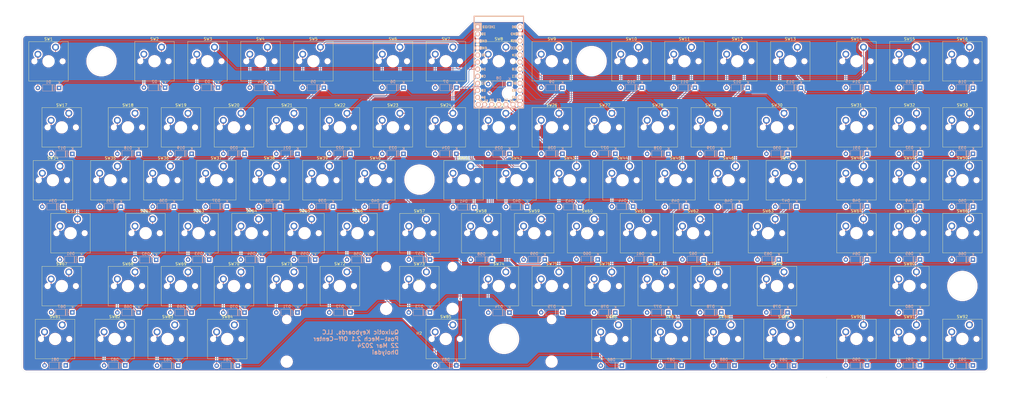
<source format=kicad_pcb>
(kicad_pcb (version 20240108) (generator "pcbnew") (generator_version "8.0")
  (title_block (title "Post-Mech w/Off-Center Spacebar") (date "2024-03-19") (rev "2.1") (company "Quixotic Keyboards, LLC"))
  (layers (0 "F.Cu" signal) (31 "B.Cu" signal) (34 "B.Paste" user) (35 "F.Paste" user) (36 "B.SilkS" user "B.Silkscreen") (37 "F.SilkS" user "F.Silkscreen") (38 "B.Mask" user) (39 "F.Mask" user) (44 "Edge.Cuts" user))
  (net 0 "")
  (net 1 "Net-(D1-A)")
  (net 2 "Row0")
  (net 3 "Net-(D2-A)")
  (net 4 "Net-(D3-A)")
  (net 5 "Net-(D4-A)")
  (net 6 "Net-(D5-A)")
  (net 7 "Net-(D6-A)")
  (net 8 "Net-(D7-A)")
  (net 9 "Net-(D8-A)")
  (net 10 "Net-(D9-A)")
  (net 11 "Net-(D10-A)")
  (net 12 "Net-(D11-A)")
  (net 13 "Net-(D12-A)")
  (net 14 "Net-(D13-A)")
  (net 15 "Net-(D14-A)")
  (net 16 "Net-(D15-A)")
  (net 17 "Net-(D16-A)")
  (net 18 "Net-(D17-A)")
  (net 19 "Row1")
  (net 20 "Net-(D18-A)")
  (net 21 "Net-(D19-A)")
  (net 22 "Net-(D20-A)")
  (net 23 "Net-(D21-A)")
  (net 24 "Net-(D22-A)")
  (net 25 "Net-(D23-A)")
  (net 26 "Row5")
  (net 27 "Net-(D24-A)")
  (net 28 "Net-(D25-A)")
  (net 29 "Net-(D26-A)")
  (net 30 "Net-(D27-A)")
  (net 31 "Net-(D28-A)")
  (net 32 "Net-(D29-A)")
  (net 33 "Net-(D30-A)")
  (net 34 "Net-(D31-A)")
  (net 35 "Net-(D32-A)")
  (net 36 "Net-(D33-A)")
  (net 37 "Row2")
  (net 38 "Net-(D34-A)")
  (net 39 "Net-(D35-A)")
  (net 40 "Net-(D36-A)")
  (net 41 "Net-(D37-A)")
  (net 42 "Net-(D38-A)")
  (net 43 "Net-(D39-A)")
  (net 44 "Net-(D40-A)")
  (net 45 "Net-(D41-A)")
  (net 46 "Net-(D42-A)")
  (net 47 "Net-(D43-A)")
  (net 48 "Net-(D44-A)")
  (net 49 "Net-(D45-A)")
  (net 50 "Net-(D46-A)")
  (net 51 "Net-(D47-A)")
  (net 52 "Net-(D48-A)")
  (net 53 "Net-(D49-A)")
  (net 54 "Net-(D50-A)")
  (net 55 "Net-(D51-A)")
  (net 56 "Row3")
  (net 57 "Net-(D52-A)")
  (net 58 "Net-(D53-A)")
  (net 59 "Net-(D54-A)")
  (net 60 "Net-(D55-A)")
  (net 61 "Net-(D56-A)")
  (net 62 "Net-(D57-A)")
  (net 63 "Net-(D58-A)")
  (net 64 "Net-(D59-A)")
  (net 65 "Net-(D60-A)")
  (net 66 "Net-(D61-A)")
  (net 67 "Net-(D62-A)")
  (net 68 "Net-(D63-A)")
  (net 69 "Net-(D64-A)")
  (net 70 "Net-(D65-A)")
  (net 71 "Net-(D66-A)")
  (net 72 "Net-(D67-A)")
  (net 73 "Row4")
  (net 74 "Net-(D68-A)")
  (net 75 "Net-(D69-A)")
  (net 76 "Net-(D70-A)")
  (net 77 "Net-(D71-A)")
  (net 78 "Net-(D72-A)")
  (net 79 "Net-(D73-A)")
  (net 80 "Net-(D74-A)")
  (net 81 "Net-(D75-A)")
  (net 82 "Net-(D76-A)")
  (net 83 "Net-(D77-A)")
  (net 84 "Net-(D78-A)")
  (net 85 "Net-(D79-A)")
  (net 86 "Net-(D80-A)")
  (net 87 "Net-(D81-A)")
  (net 88 "Net-(D82-A)")
  (net 89 "Net-(D83-A)")
  (net 90 "Net-(D84-A)")
  (net 91 "Net-(D85-A)")
  (net 92 "Net-(D86-A)")
  (net 93 "Net-(D87-A)")
  (net 94 "Net-(D88-A)")
  (net 95 "Net-(D89-A)")
  (net 96 "Net-(D90-A)")
  (net 97 "Net-(D91-A)")
  (net 98 "Net-(D92-A)")
  (net 99 "Col0")
  (net 100 "Col1")
  (net 101 "Col2")
  (net 102 "Col3")
  (net 103 "Col4")
  (net 104 "Col5")
  (net 105 "Col6")
  (net 106 "Col7")
  (net 107 "Col8")
  (net 108 "Col9")
  (net 109 "Col10")
  (net 110 "Col11")
  (net 111 "Col12")
  (net 112 "Col13")
  (net 113 "Col14")
  (net 114 "Col15")
  (net 115 "GND")
  (net 118 "+5V")
  (footprint "ScottoKeebs_MX:MX_PCB_1.00u" (layer "F.Cu") (at 275.595 116.475)
    (property "Reference" "SW45")
    (property "Value" "SW_Push")
  )
  (footprint "ScottoKeebs_MX:MX_PCB_1.00u" (layer "F.Cu") (at 72.354 116.475)
    (property "Reference" "SW35")
    (property "Value" "SW_Push")
  )
  (footprint "ScottoKeebs_MX:MX_PCB_1.00u" (layer "F.Cu") (at 97.757 154.58)
    (property "Reference" "SW69")
    (property "Value" "SW_Push")
  )
  (footprint "ScottoKeebs_MX:MX_PCB_1.00u" (layer "F.Cu") (at 92.987 173.63)
    (property "Reference" "SW83")
    (property "Value" "SW_Push")
  )
  (footprint "ScottoKeebs_MX:MX_PCB_1.00u" (layer "F.Cu") (at 293.027 173.625)
    (property "Reference" "SW88")
    (property "Value" "SW_Push")
  )
  (footprint "ScottoKeebs_MX:MX_PCB_1.75u" (layer "F.Cu") (at 58.0614 135.525)
    (property "Reference" "SW51")
    (property "Value" "SW_Push")
  )
  (footprint "ScottoKeebs_MX:MX_PCB_1.00u" (layer "F.Cu") (at 262.8882 135.535)
    (property "Reference" "SW61")
    (property "Value" "SW_Push")
  )
  (footprint "ScottoKeebs_MX:MX_PCB_1.00u" (layer "F.Cu") (at 173.962 97.425)
    (property "Reference" "SW23")
    (property "Value" "SW_Push")
  )
  (footprint "ScottoKeebs_MX:MX_PCB_1.00u" (layer "F.Cu") (at 288.302 97.425)
    (property "Reference" "SW29")
    (property "Value" "SW_Push")
  )
  (footprint "ScottoKeebs_MX:MX_PCB_1.00u" (layer "F.Cu") (at 288.277 154.57)
    (property "Reference" "SW78")
    (property "Value" "SW_Push")
  )
  (footprint "ScottoKeebs_MX:MX_PCB_1.00u" (layer "F.Cu") (at 135.857 154.57)
    (property "Reference" "SW71")
    (property "Value" "SW_Push")
  )
  (footprint "ScottoKeebs_MX:MX_PCB_1.00u" (layer "F.Cu") (at 256.55 116.475)
    (property "Reference" "SW44")
    (property "Value" "SW_Push")
  )
  (footprint "ScottoKeebs_MX:MX_PCB_1.00u" (layer "F.Cu") (at 359.7621 73.6149)
    (property "Reference" "SW15")
    (property "Value" "SW_Push")
  )
  (footprint "ScottoKeebs_MX:MX_PCB_1.25u" (layer "F.Cu") (at 314.467 173.625)
    (property "Reference" "SW89")
    (property "Value" "SW_Push")
  )
  (footprint "ScottoKeebs_MX:MX_PCB_1.00u" (layer "F.Cu") (at 340.6621 173.6)
    (property "Reference" "SW90")
    (property "Value" "SW_Push")
  )
  (footprint "ScottoKeebs_MX:MX_PCB_1.00u" (layer "F.Cu") (at 278.797 73.6149)
    (property "Reference" "SW11")
    (property "Value" "SW_Push")
  )
  (footprint "Scottokeebs_Stabilizers:Stabilizer_MX_6.00u" (layer "F.Cu") (at 183.432 173.57005)
    (property "Reference" "H2")
    (property "Value" "Stab 6U")
  )
  (footprint "ScottoKeebs_MX:MX_PCB_1.00u" (layer "F.Cu") (at 237.505 116.47)
    (property "Reference" "SW43")
    (property "Value" "SW_Push")
  )
  (footprint "ScottoKeebs_MX:MX_PCB_1.00u" (layer "F.Cu") (at 231.122 97.425)
    (property "Reference" "SW26")
    (property "Value" "SW_Push")
  )
  (footprint "ScottoKeebs_MX:MX_PCB_1.00u" (layer "F.Cu") (at 259.747 73.6149)
    (property "Reference" "SW10")
    (property "Value" "SW_Push")
  )
  (footprint "ScottoKeebs_MX:MX_PCB_1.75u" (layer "F.Cu") (at 308.9126 135.53)
    (property "Reference" "SW63")
    (property "Value" "SW_Push")
  )
  (footprint "ScottoKeebs_MX:MX_PCB_1.00u" (layer "F.Cu") (at 91.419 116.475)
    (property "Reference" "SW36")
    (property "Value" "SW_Push")
  )
  (footprint "ScottoKeebs_MX:MX_PCB_1.00u" (layer "F.Cu") (at 224.7982 135.53)
    (property "Reference" "SW59")
    (property "Value" "SW_Push")
  )
  (footprint "ScottoKeebs_MX:MX_PCB_1.00u" (layer "F.Cu") (at 359.7121 154.55)
    (property "Reference" "SW80")
    (property "Value" "SW_Push")
  )
  (footprint "ScottoKeebs_MX:MX_PCB_1.00u" (layer "F.Cu") (at 212.067 154.57)
    (property "Reference" "SW74")
    (property "Value" "SW_Push")
  )
  (footprint "ScottoKeebs_MX:MX_PCB_1.00u" (layer "F.Cu") (at 51.714 116.47)
    (property "Reference" "SW34")
    (property "Value" "SW_Push")
  )
  (footprint "ScottoKeebs_MX:MX_PCB_1.00u" (layer "F.Cu") (at 116.812 154.575)
    (property "Reference" "SW70")
    (property "Value" "SW_Push")
  )
  (footprint "ScottoKeebs_MX:MX_PCB_1.25u" (layer "F.Cu") (at 114.417 173.63)
    (property "Reference" "SW84")
    (property "Value" "SW_Push")
  )
  (footprint "ScottoKeebs_MX:MX_PCB_1.25u" (layer "F.Cu") (at 252.542 173.625)
    (property "Reference" "SW86")
    (property "Value" "SW_Push")
  )
  (footprint "ScottoKeebs_MX:MX_PCB_1.00u" (layer "F.Cu") (at 116.812 97.425)
    (property "Reference" "SW20")
    (property "Value" "SW_Push")
  )
  (footprint "ScottoKeebs_MX:MX_PCB_1.00u" (layer "F.Cu") (at 281.9282 135.535)
    (property "Reference" "SW62")
    (property "Value" "SW_Push")
  )
  (footprint "ScottoKeebs_MX:MX_PCB_1.00u" (layer "F.Cu") (at 142.2108 135.52)
    (property "Reference" "SW55")
    (property "Value" "SW_Push")
  )
  (footprint "ScottoKeebs_MX:MX_PCB_1.50u" (layer "F.Cu") (at 54.892 97.425)
    (property "Reference" "SW17")
    (property "Value" "SW_Push")
  )
  (footprint "ScottoKeebs_MX:MX_PCB_1.00u" (layer "F.Cu") (at 145.377 73.6149)
    (property "Reference" "SW5")
    (property "Value" "SW_Push")
  )
  (footprint "ScottoKeebs_MX:MX_PCB_1.00u" (layer "F.Cu") (at 193.012 97.425)
    (property "Reference" "SW24")
    (property "Value" "SW_Push")
  )
  (footprint "ScottoKeebs_MX:MX_PCB_1.00u" (layer "F.Cu") (at 97.752 97.425)
    (property "Reference" "SW19")
    (property "Value" "SW_Push")
  )
  (footprint "ScottoKeebs_MX:MX_PCB_1.00u" (layer "F.Cu") (at 107.277 73.6149)
    (property "Reference" "SW3")
    (property "Value" "SW_Push")
  )
  (footprint "ScottoKeebs_MX:MX_PCB_1.00u" (layer "F.Cu") (at 378.7821 116.44)
    (property "Reference" "SW50")
    (property "Value" "SW_Push")
  )
  (footprint "ScottoKeebs_MX:MX_PCB_1.00u" (layer "F.Cu") (at 123.1558 135.525)
    (property "Reference" "SW54")
    (property "Value" "SW_Push")
  )
  (footprint "ScottoKeebs_MX:MX_PCB_1.00u" (layer "F.Cu") (at 316.887 73.6149)
    (property "Reference" "SW13")
    (property "Value" "SW_Push")
  )
  (footprint "ScottoKeebs_MX:MX_PCB_1.00u" (layer "F.Cu") (at 161.2558 135.52)
    (property "Reference" "SW56")
    (property "Value" "SW_Push")
  )
  (footprint "ScottoKeebs_MX:MX_PCB_1.25u" (layer "F.Cu") (at 183.512 135.53)
    (property "Reference" "SW57")
    (property "Value" "SW_Push")
  )
  (footprint "ScottoKeebs_MX:MX_PCB_1.00u" (layer "F.Cu") (at 104.1008 135.525)
    (property "Reference" "SW53")
    (property "Value" "SW_Push")
  )
  (footprint "ScottoKeebs_MX:MX_PCB_1.00u" (layer "F.Cu") (at 378.7621 73.6149)
    (property "Reference" "SW16")
    (property "Value" "SW_Push")
  )
  (footprint "ScottoKeebs_MX:MX_PCB_1.00u" (layer "F.Cu") (at 359.7321 116.44)
    (property "Reference" "SW49")
    (property "Value" "SW_Push")
  )
  (footprint "ScottoKeebs_MX:MX_PCB_1.00u" (layer "F.Cu") (at 294.645 116.475)
    (property "Reference" "SW46")
    (property "Value" "SW_Push")
  )
  (footprint "ScottoKeebs_MX:MX_PCB_1.00u" (layer "F.Cu") (at 110.459 116.47)
    (property "Reference" "SW37")
    (property "Value" "SW_Push")
  )
  (footprint "ScottoKeebs_MX:MX_PCB_1.00u" (layer "F.Cu") (at 269.242 97.425)
    (property "Reference" "SW28")
    (property "Value" "SW_Push")
  )
  (footprint "Keebio_MCU:Elite-C" (layer "F.Cu") (at 212.07 75.195 -90)
    (property "Reference" "U1" (hide yes))
    (property "Value" "Elite-C" (hide yes))
  )
  (footprint "ScottoKeebs_MX:MX_PCB_1.00u" (layer "F.Cu") (at 243.8482 135.525)
    (property "Reference" "SW60")
    (property "Value" "SW_Push")
  )
  (footprint "ScottoKeebs_MX:MX_PCB_1.00u" (layer "F.Cu") (at 212.062 97.425)
    (property "Reference" "SW25")
    (property "Value" "SW_Push")
  )
  (footprint "ScottoKeebs_MX:MX_PCB_1.00u" (layer "F.Cu") (at 129.559 116.47)
    (property "Reference" "SW38")
    (property "Value" "SW_Push")
  )
  (footprint "ScottoKeebs_MX:MX_PCB_1.50u" (layer "F.Cu") (at 54.892 154.575)
    (property "Reference" "SW67")
    (property "Value" "SW_Push")
  )
  (footprint "ScottoKeebs_MX:MX_PCB_1.00u" (layer "F.Cu") (at 167.659 116.475)
    (property "Reference" "SW40")
    (property "Value" "SW_Push")
  )
  (footprint "ScottoKeebs_MX:MX_PCB_1.00u" (layer "F.Cu") (at 50.132 73.6399)
    (property "Reference" "SW1")
    (property "Value" "SW_Push")
  )
  (footprint "ScottoKeebs_MX:MX_PCB_1.00u" (layer "F.Cu") (at 218.46 116.48)
    (property "Reference" "SW42")
    (property "Value" "SW_Push")
  )
  (footprint "ScottoKeebs_MX:MX_PCB_1.00u" (layer "F.Cu") (at 340.6821 116.45)
    (property "Reference" "SW48")
    (property "Value" "SW_Push")
  )
  (footprint "ScottoKeebs_MX:MX_PCB_1.00u" (layer "F.Cu") (at 231.117 154.57)
    (property "Reference" "SW75")
    (property "Value" "SW_Push")
  )
  (footprint "ScottoKeebs_MX:MX_PCB_1.00u" (layer "F.Cu") (at 148.609 116.47)
    (property "Reference" "SW39")
    (property "Value" "SW_Push")
  )
  (footprint "ScottoKeebs_MX:MX_PCB_1.00u" (layer "F.Cu") (at 340.6771 135.495)
    (property "Reference" "SW64")
    (property "Value" "SW_Push")
  )
  (footprint "ScottoKeebs_MX:MX_PCB_1.00u" (layer "F.Cu") (at 359.7121 173.6)
    (property "Reference" "SW91")
    (property "Value" "SW_Push")
  )
  (footprint "ScottoKeebs_MX:MX_PCB_1.00u" (layer "F.Cu") (at 126.337 73.6149)
    (property "Reference" "SW4")
    (property "Value" "SW_Push")
  )
  (footprint "ScottoKeebs_MX:MX_PCB_1.00u" (layer "F.Cu") (at 340.6821 73.6149)
    (property "Reference" "SW14")
    (property "Value" "SW_Push")
  )
  (footprint "ScottoKeebs_MX:MX_PCB_1.00u" (layer "F.Cu") (at 135.862 97.425)
    (property "Reference" "SW21")
    (property "Value" "SW_Push")
  )
  (footprint "ScottoKeebs_MX:MX_PCB_1.25u" (layer "F.Cu") (at 52.512 173.625)
    (property "Reference" "SW81")
    (property "Value" "SW_Push")
  )
  (footprint "ScottoKeebs_MX:MX_PCB_1.00u" (layer "F.Cu") (at 378.7821 97.4)
    (property "Reference" "SW33")
    (property "Value" "SW_Push")
  )
  (footprint "ScottoKeebs_MX:MX_PCB_1.00u" (layer "F.Cu") (at 378.7671 173.6)
    (property "Reference" "SW92")
    (property "Value" "SW_Push")
  )
  (footprint "ScottoKeebs_MX:MX_PCB_1.00u" (layer "F.Cu") (at 78.702 97.425)
    (property "Reference" "SW18")
    (property "Value" "SW_Push")
  )
  (footprint "ScottoKeebs_MX:MX_PCB_6.00u_Offset" (layer "F.Cu") (at 192.997 173.62)
    (property "Reference" "SW85")
    (property "Value" "SW_Push")
  )
  (footprint "ScottoKeebs_MX:MX_PCB_1.00u" (layer "F.Cu") (at 273.977 173.625)
    (property "Reference" "SW87")
    (property "Value" "SW_Push")
  )
  (footprint "Scottokeebs_Stabilizers:Stabilizer_MX_2.00u" (layer "F.Cu") (at 183.494 154.565)
    (property "Reference" "H1")
    (property "Value" "Stab 2U")
  )
  (footprint "ScottoKeebs_MX:MX_PCB_1.00u" (layer "F.Cu") (at 297.837 73.6149)
    (property "Reference" "SW12")
    (property "Value" "SW_Push")
  )
  (footprint "ScottoKeebs_MX:MX_PCB_1.50u" (layer "F.Cu") (at 312.107 97.42)
    (property "Reference" "SW30")
    (property "Value" "SW_Push")
  )
  (footprint "ScottoKeebs_MX:MX_PCB_1.00u" (layer "F.Cu") (at 315.285 116.475)
    (property "Reference" "SW47")
    (property "Value" "SW_Push")
  )
  (footprint "ScottoKeebs_MX:MX_PCB_1.00u" (layer "F.Cu") (at 205.7532 135.53)
    (property "Reference" "SW58")
    (property "Value" "SW_Push")
  )
  (footprint "ScottoKeebs_MX:MX_PCB_1.00u" (layer "F.Cu") (at 231.122 73.6149)
    (property "Reference" "SW9")
    (property "Value" "SW_Push")
  )
  (footprint "ScottoKeebs_MX:MX_PCB_1.00u" (layer "F.Cu") (at 359.7271 135.495)
    (property "Reference" "SW65")
    (property "Value" "SW_Push")
  )
  (footprint "ScottoKeebs_MX:MX_PCB_1.00u" (layer "F.Cu") (at 212.072 73.6149)
    (property "Reference" "SW8")
    (property "Value" "SW_Push")
  )
  (footprint "ScottoKeebs_MX:MX_PCB_1.00u" (layer "F.Cu") (at 85.0508 135.525)
    (property "Reference" "SW52")
    (property "Value" "SW_Push")
  )
  (footprint "ScottoKeebs_MX:MX_PCB_1.00u" (layer "F.Cu") (at 359.7421 97.4)
    (property "Reference" "SW32")
    (property "Value" "SW_Push")
  )
  (footprint "ScottoKeebs_MX:MX_PCB_1.00u" (layer "F.Cu") (at 78.707 154.58)
    (property "Reference" "SW68")
    (property "Value" "SW_Push")
  )
  (footprint "ScottoKeebs_MX:MX_PCB_1.00u" (layer "F.Cu") (at 73.937 173.62)
    (property "Reference" "SW82")
    (property "Value" "SW_Push")
  )
  (footprint "ScottoKeebs_MX:MX_PCB_1.00u" (layer "F.Cu") (at 250.182 97.425)
    (property "Reference" "SW27")
    (property "Value" "SW_Push")
  )
  (footprint "ScottoKeebs_MX:MX_PCB_1.00u" (layer "F.Cu") (at 250.157 154.57)
    (property "Reference" "SW76")
    (property "Value" "SW_Push")
  )
  (footprint "ScottoKeebs_MX:MX_PCB_1.00u" (layer "F.Cu") (at 173.972 73.6149)
    (property "Reference" "SW6")
    (property "Value" "SW_Push")
  )
  (footprint "ScottoKeebs_MX:MX_PCB_1.00u" (layer "F.Cu") (at 199.415 116.48)
    (property "Reference" "SW41")
    (property "Value" "SW_Push")
  )
  (footprint "ScottoKeebs_MX:MX_PCB_1.00u" (layer "F.Cu") (at 269.217 154.57)
    (property "Reference" "SW77")
    (property "Value" "SW_Push")
  )
  (footprint "ScottoKeebs_MX:MX_PCB_1.00u" (layer "F.Cu") (at 88.237 73.6149)
    (property "Reference" "SW2")
    (property "Value" "SW_Push")
  )
  (footprint "ScottoKeebs_MX:MX_PCB_1.00u" (layer "F.Cu") (at 154.907 154.57)
    (property "Reference" "SW72")
    (property "Value" "SW_Push")
  )
  (footprint "ScottoKeebs_MX:MX_PCB_2.00u" (layer "F.Cu") (at 183.487 154.57)
    (property "Reference" "SW73")
    (property "Value" "SW_Push")
  )
  (footprint "ScottoKeebs_MX:MX_PCB_1.00u" (layer "F.Cu") (at 340.6821 97.4)
    (property "Reference" "SW31")
    (property "Value" "SW_Push")
  )
  (footprint "ScottoKeebs_MX:MX_PCB_1.00u" (layer "F.Cu") (at 193.022 73.6149)
    (property "Reference" "SW7")
    (property "Value" "SW_Push")
  )
  (footprint "ScottoKeebs_MX:MX_PCB_1.00u" (layer "F.Cu") (at 378.7821 135.495)
    (property "Reference" "SW66")
    (property "Value" "SW_Push")
  )
  (footprint "ScottoKeebs_MX:MX_PCB_1.00u" (layer "F.Cu") (at 154.912 97.425)
    (property "Reference" "SW22")
    (property "Value" "SW_Push")
  )
  (footprint "ScottoKeebs_MX:MX_PCB_1.50u" (layer "F.Cu") (at 312.097 154.57)
    (property "Reference" "SW79")
    (property "Value" "SW_Push")
  )
  (footprint "Scottokeebs_Components:Diode_DO-35" (layer "B.Cu") (at 263.517 83.1149 180)
    (property "Reference" "D10")
    (property "Value" "1N4148")
  )
  (footprint "Scottokeebs_Components:Diode_DO-35" (layer "B.Cu") (at 247.627 144.975 180)
    (property "Reference" "D60")
    (property "Value" "1N4148")
  )
  (footprint "Scottokeebs_Components:Diode_DO-35" (layer "B.Cu") (at 260.367 125.95 180)
    (property "Reference" "D44")
    (property "Value" "1N4148")
  )
  (footprint "Scottokeebs_Components:Diode_DO-35" (layer "B.Cu") (at 273.017 164.1 180)
    (property "Reference" "D77")
    (property "Value" "1N4148")
  )
  (footprint "Scottokeebs_Components:Diode_DO-35" (layer "B.Cu") (at 312.717 145.05 180)
    (property "Reference" "D63")
    (property "Value" "1N4148")
  )
  (footprint "Scottokeebs_Components:Diode_DO-35" (layer "B.Cu") (at 315.937 106.95 180)
    (property "Reference" "D30")
    (property "Value" "1N4148")
  )
  (footprint "Scottokeebs_Components:Diode_DO-35" (layer "B.Cu") (at 382.5921 125.99 180)
    (property "Reference" "D50")
    (property "Value" "1N4148")
  )
  (footprint "Scottokeebs_Components:Diode_DO-35" (layer "B.Cu") (at 95.227 125.96 180)
    (property "Reference" "D36")
    (property "Value" "1N4148")
  )
  (footprint "Scottokeebs_Components:Diode_DO-35" (layer "B.Cu") (at 196.817 106.95 180)
    (property "Reference" "D24")
    (property "Value" "1N4148")
  )
  (footprint "Scottokeebs_Components:Diode_DO-35" (layer "B.Cu") (at 177.772 83.1049 180)
    (property "Reference" "D6")
    (property "Value" "1N4148")
  )
  (footprint "Scottokeebs_Components:Diode_DO-35" (layer "B.Cu") (at 228.592 145.05 180)
    (property "Reference" "D59")
    (property "Value" "1N4148")
  )
  (footprint "Scottokeebs_Components:Diode_DO-35" (layer "B.Cu") (at 56.327 183.15 180)
    (property "Reference" "D81")
    (property "Value" "1N4148")
  )
  (footprint "Scottokeebs_Components:Diode_DO-35" (layer "B.Cu") (at 55.507 125.99 180)
    (property "Reference" "D34")
    (property "Value" "1N4148")
  )
  (footprint "Scottokeebs_Components:Diode_DO-35" (layer "B.Cu") (at 222.267 126.03 180)
    (property "Reference" "D42")
    (property "Value" "1N4148")
  )
  (footprint "Scottokeebs_Components:Diode_DO-35" (layer "B.Cu") (at 285.727 145 180)
    (property "Reference" "D62")
    (property "Value" "1N4148")
  )
  (footprint "Scottokeebs_Components:Diode_DO-35" (layer "B.Cu") (at 363.5421 125.94 180)
    (property "Reference" "D49")
    (property "Value" "1N4148")
  )
  (footprint "Scottokeebs_Components:Diode_DO-35" (layer "B.Cu") (at 158.707 106.94 180)
    (property "Reference" "D22")
    (property "Value" "1N4148")
  )
  (footprint "Scottokeebs_Components:Diode_DO-35" (layer "B.Cu") (at 215.872 81.8149 180)
    (property "Reference" "D8")
    (property "Value" "1N4148")
  )
  (footprint "Scottokeebs_Components:Diode_DO-35" (layer "B.Cu") (at 92.047 83.1049 180)
    (property "Reference" "D2")
    (property "Value" "1N4148")
  )
  (footprint "Scottokeebs_Components:Diode_DO-35" (layer "B.Cu") (at 76.177 126.01 180)
    (property "Reference" "D35")
    (property "Value" "1N4148")
  )
  (footprint "Scottokeebs_Components:Diode_DO-35" (layer "B.Cu") (at 58.707 106.98 180)
    (property "Reference" "D17")
    (property "Value" "1N4148")
  )
  (footprint "Scottokeebs_Components:Diode_DO-35" (layer "B.Cu") (at 344.4821 106.95 180)
    (property "Reference" "D31")
    (property "Value" "1N4148")
  )
  (footprint "Scottokeebs_Components:Diode_DO-35" (layer "B.Cu") (at 165.092 145.075 180)
    (property "Reference" "D56")
    (property "Value" "1N4148")
  )
  (footprint "Scottokeebs_Components:Diode_DO-35" (layer "B.Cu") (at 139.677 106.96 180)
    (property "Reference" "D21")
    (property "Value" "1N4148")
  )
  (footprint "Scottokeebs_Components:Diode_DO-35" (layer "B.Cu") (at 53.927 83.2149 180)
    (property "Reference" "D1")
    (property "Value" "1N4148")
  )
  (footprint "Scottokeebs_Components:Diode_DO-35" (layer "B.Cu") (at 253.967 164.1 180)
    (property "Reference" "D76")
    (property "Value" "1N4148")
  )
  (footprint "Scottokeebs_Components:Diode_DO-35" (layer "B.Cu") (at 171.464 126 180)
    (property "Reference" "D40")
    (property "Value" "1N4148")
  )
  (footprint "Scottokeebs_Components:Diode_DO-35" (layer "B.Cu") (at 344.4871 183.125 180)
    (property "Reference" "D90")
    (property "Value" "1N4148")
  )
  (footprint "Scottokeebs_Components:Diode_DO-35" (layer "B.Cu") (at 241.3 126.05 180)
    (property "Reference" "D43")
    (property "Value" "1N4148")
  )
  (footprint "Scottokeebs_Components:Diode_DO-35" (layer "B.Cu") (at 344.4921 125.9 180)
    (property "Reference" "D48")
    (property "Value" "1N4148")
  )
  (footprint "Scottokeebs_Components:Diode_DO-35" (layer "B.Cu") (at 301.597 83.1649 180)
    (property "Reference" "D12")
    (property "Value" "1N4148")
  )
  (footprint "Scottokeebs_Components:Diode_DO-35" (layer "B.Cu") (at 152.407 125.97 180)
    (property "Reference" "D39")
    (property "Value" "1N4148")
  )
  (footprint "Scottokeebs_Components:Diode_DO-35" (layer "B.Cu") (at 120.607 164.125 180)
    (property "Reference" "D70")
    (property "Value" "1N4148")
  )
  (footprint "Scottokeebs_Components:Diode_DO-35" (layer "B.Cu") (at 130.127 83.1149 180)
    (property "Reference" "D4")
    (property "Value" "1N4148")
  )
  (footprint "Scottokeebs_Components:Diode_DO-35" (layer "B.Cu") (at 363.5371 164.07 180)
    (property "Reference" "D80")
    (property "Value" "1N4148")
  )
  (footprint "Scottokeebs_Components:Diode_DO-35" (layer "B.Cu") (at 96.792 183.2 180)
    (property "Reference" "D83")
    (property "Value" "1N4148")
  )
  (footprint "Scottokeebs_Components:Diode_DO-35" (layer "B.Cu") (at 158.717 164.075 180)
    (property "Reference" "D72")
    (property "Value" "1N4148")
  )
  (footprint "Scottokeebs_Components:Diode_DO-35" (layer "B.Cu") (at 215.892 164.125 180)
    (property "Reference" "D74")
    (property "Value" "1N4148")
  )
  (footprint "Scottokeebs_Components:Diode_DO-35" (layer "B.Cu") (at 187.292 164.075 180)
    (property "Reference" "D73")
    (property "Value" "1N4148")
  )
  (footprint "Scottokeebs_Components:Diode_DO-35" (layer "B.Cu") (at 215.887 106.96 180)
    (property "Reference" "D25")
    (property "Value" "1N4148")
  )
  (footprint "Scottokeebs_Components:Diode_DO-35" (layer "B.Cu") (at 196.797 183.15 180)
    (property "Reference" "D85")
    (property "Value" "1N4148")
  )
  (footprint "Scottokeebs_Components:Diode_DO-35" (layer "B.Cu") (at 58.702 164.075 180)
    (property "Reference" "D67")
    (property "Value" "1N4148")
  )
  (footprint "Scottokeebs_Components:Diode_DO-35" (layer "B.Cu") (at 363.5821 83.1149 180)
    (property "Reference" "D15")
    (property "Value" "1N4148")
  )
  (footprint "Scottokeebs_Components:Diode_DO-35" (layer "B.Cu") (at 61.902 145.025 180)
    (property "Reference" "D51")
    (property "Value" "1N4148")
  )
  (footprint "Scottokeebs_Components:Diode_DO-35" (layer "B.Cu") (at 292.092 164.075 180)
    (property "Reference" "D78")
    (property "Value" "1N4148")
  )
  (footprint "Scottokeebs_Components:Diode_DO-35" (layer "B.Cu") (at 101.567 164.1 180)
    (property "Reference" "D69")
    (property "Value" "1N4148")
  )
  (footprint "Scottokeebs_Components:Diode_DO-35" (layer "B.Cu") (at 382.5721 145.05 180)
    (property "Reference" "D66")
    (property "Value" "1N4148")
  )
  (footprint "Scottokeebs_Components:Diode_DO-35" (layer "B.Cu") (at 363.5521 106.9 180)
    (property "Reference" "D32")
    (property "Value" "1N4148")
  )
  (footprint "Scottokeebs_Components:Diode_DO-35" (layer "B.Cu") (at 320.707 83.1649 180)
    (property "Reference" "D13")
    (property "Value" "1N4148")
  )
  (footprint "Scottokeebs_Components:Diode_DO-35" (layer "B.Cu") (at 363.5421 145.01 180)
    (property "Reference" "D65")
    (property "Value" "1N4148")
  )
  (footprint "Scottokeebs_Components:Diode_DO-35" (layer "B.Cu") (at 363.4971 183.075 180)
    (property "Reference" "D91")
    (property "Value" "1N4148")
  )
  (footprint "Scottokeebs_Components:Diode_DO-35" (layer "B.Cu") (at 114.267 125.93 180)
    (property "Reference" "D37")
    (property "Value" "1N4148")
  )
  (footprint "Scottokeebs_Components:Diode_DO-35" (layer "B.Cu") (at 82.517 106.96 180)
    (property "Reference" "D18")
    (property "Value" "1N4148")
  )
  (footprint "Scottokeebs_Components:Diode_DO-35" (layer "B.Cu") (at 77.742 183.15 180)
    (property "Reference" "D82")
    (property "Value" "1N4148")
  )
  (footprint "Scottokeebs_Components:Diode_DO-35" (layer "B.Cu") (at 382.5621 183.15 180)
    (property "Reference" "D92")
    (property "Value" "1N4148")
  )
  (footprint "Scottokeebs_Components:Diode_DO-35" (layer "B.Cu") (at 292.117 106.95 180)
    (property "Reference" "D29")
    (property "Value" "1N4148")
  )
  (footprint "Scottokeebs_Components:Diode_DO-35" (layer "B.Cu") (at 266.727 145.05 180)
    (property "Reference" "D61")
    (property "Value" "1N4148")
  )
  (footprint "Scottokeebs_Components:Diode_DO-35" (layer "B.Cu") (at 273.037 106.98 180)
    (property "Reference" "D28")
    (property "Value" "1N4148")
  )
  (footprint "Scottokeebs_Components:Diode_DO-35" (layer "B.Cu") (at 279.407 126.01 180)
    (property "Reference" "D45")
    (property "Value" "1N4148")
  )
  (footprint "Scottokeebs_Components:Diode_DO-35" (layer "B.Cu") (at 277.807 183.2 180)
    (property "Reference" "D87")
    (property "Value" "1N4148")
  )
  (footprint "Scottokeebs_Components:Diode_DO-35" (layer "B.Cu") (at 118.227 183.225 180)
    (property "Reference" "D84")
    (property "Value" "1N4148")
  )
  (footprint "Scottokeebs_Components:Diode_DO-35" (layer "B.Cu") (at 382.5621 83.1749 180)
    (property "Reference" "D16")
    (property "Value" "1N4148")
  )
  (footprint "Scottokeebs_Components:Diode_DO-35" (layer "B.Cu") (at 126.892 145.05 180)
    (property "Reference" "D54")
    (property "Value" "1N4148")
  )
  (footprint "Scottokeebs_Components:Diode_DO-35" (layer "B.Cu") (at 344.4821 83.0949 180)
    (property "Reference" "D14")
    (property "Value" "1N4148")
  )
  (footprint "Scottokeebs_Components:Diode_DO-35" (layer "B.Cu") (at 107.917 145.05 180)
    (property "Reference" "D53")
    (property "Value" "1N4148")
  )
  (footprint "Scottokeebs_Components:Diode_DO-35" (layer "B.Cu") (at 196.842 83.1049 180)
    (property "Reference" "D7")
    (property "Value" "1N4148")
  )
  (footprint "Scottokeebs_Components:Diode_DO-35" (layer "B.Cu") (at 319.097 125.96 180)
    (property "Reference" "D47")
    (property "Value" "1N4148")
  )
  (footprint "Scottokeebs_Components:Diode_DO-35" (layer "B.Cu") (at 120.627 106.95 180)
    (property "Reference" "D20")
    (property "Value" "1N4148")
  )
  (footprint "Scottokeebs_Components:Diode_DO-35" (layer "B.Cu") (at 146.017 145.05 180)
    (property "Reference" "D55")
    (property "Value" "1N4148")
  )
  (footprint "Scottokeebs_Components:Diode_DO-35" (layer "B.Cu") (at 82.517 164.095 180)
    (property "Reference" "D68")
    (property "Value" "1N4148")
  )
  (footprint "Scottokeebs_Components:Diode_DO-35" (layer "B.Cu") (at 133.364 126 180)
    (property "Reference" "D38")
    (property "Value" "1N4148")
  )
  (footprint "Scottokeebs_Components:Diode_DO-35" (layer "B.Cu") (at 382.5921 106.94 180)
    (property "Reference" "D33")
    (property "Value" "1N4148")
  )
  (footprint "Scottokeebs_Components:Diode_DO-35" (layer "B.Cu") (at 282.587 83.1449 180)
    (property "Reference" "D11")
    (property "Value" "1N4148")
  )
  (footprint "Scottokeebs_Components:Diode_DO-35" (layer "B.Cu") (at 187.317 145.025 180)
    (property "Reference" "D57")
    (property "Value" "1N4148")
  )
  (footprint "Scottokeebs_Components:Diode_DO-35" (layer "B.Cu") (at 315.902 164.075 180)
    (property "Reference" "D79")
    (property "Value" "1N4148")
  )
  (footprint "Scottokeebs_Components:Diode_DO-35" (layer "B.Cu") (at 209.592 145.125 180)
    (property "Reference" "D58")
    (property "Value" "1N4148")
  )
  (footprint "Scottokeebs_Components:Diode_DO-35" (layer "B.Cu") (at 234.932 83.1349 180)
    (property "Reference" "D9")
    (property "Value" "1N4148")
  )
  (footprint "Scottokeebs_Components:Diode_DO-35" (layer "B.Cu") (at 139.667 164.1 180)
    (property "Reference" "D71")
    (property "Value" "1N4148")
  )
  (footprint "Scottokeebs_Components:Diode_DO-35" (layer "B.Cu") (at 234.927 164.075 180)
    (property "Reference" "D75")
    (property "Value" "1N4148")
  )
  (footprint "Scottokeebs_Components:Diode_DO-35" (layer "B.Cu") (at 298.477 126.01 180)
    (property "Reference" "D46")
    (property "Value" "1N4148")
  )
  (footprint "Scottokeebs_Components:Diode_DO-35" (layer "B.Cu") (at 88.867 145.125 180)
    (property "Reference" "D52")
    (property "Value" "1N4148")
  )
  (footprint "Scottokeebs_Components:Diode_DO-35" (layer "B.Cu") (at 253.987 106.93 180)
    (property "Reference" "D27")
    (property "Value" "1N4148")
  )
  (footprint "Scottokeebs_Components:Diode_DO-35" (layer "B.Cu") (at 203.227 126.12 180)
    (property "Reference" "D41")
    (property "Value" "1N4148")
  )
  (footprint "Scottokeebs_Components:Diode_DO-35" (layer "B.Cu") (at 111.087 83.1049 180)
    (property "Reference" "D3")
    (property "Value" "1N4148")
  )
  (footprint "Scottokeebs_Components:Diode_DO-35" (layer "B.Cu") (at 234.947 106.92 180)
    (property "Reference" "D26")
    (property "Value" "1N4148")
  )
  (footprint "Scottokeebs_Components:Diode_DO-35" (layer "B.Cu") (at 101.597 106.93 180)
    (property "Reference" "D19")
    (property "Value" "1N4148")
  )
  (footprint "Scottokeebs_Components:Diode_DO-35" (layer "B.Cu") (at 177.777 106.96 180)
    (property "Reference" "D23")
    (property "Value" "1N4148")
  )
  (footprint "Scottokeebs_Components:Diode_DO-35" (layer "B.Cu") (at 149.157 83.1349 180)
    (property "Reference" "D5")
    (property "Value" "1N4148")
  )
  (footprint "Scottokeebs_Components:Diode_DO-35" (layer "B.Cu") (at 318.257 183.225 180)
    (property "Reference" "D89")
    (property "Value" "1N4148")
  )
  (footprint "Scottokeebs_Components:Diode_DO-35" (layer "B.Cu") (at 296.817 183.175 180)
    (property "Reference" "D88")
    (property "Value" "1N4148")
  )
  (footprint "Scottokeebs_Components:Diode_DO-35" (layer "B.Cu") (at 344.4721 145.04 180)
    (property "Reference" "D64")
    (property "Value" "1N4148")
  )
  (footprint "Scottokeebs_Components:Diode_DO-35" (layer "B.Cu") (at 256.342 183.2 180)
    (property "Reference" "D86")
    (property "Value" "1N4148")
  )
  (gr_line (start 226.550832 64.05) (end 221.55 59.05) (stroke (width 0.05)) (layer "Edge.Cuts"))
  (gr_line (start 42.162461 185.404939) (end 386.7376 185.404939) (stroke (width 0.05)) (layer "Edge.Cuts"))
  (gr_rect (start 329.812 187.3249) (end 330.062 187.5749) (stroke (width 0.05)) (fill none) (layer "Edge.Cuts"))
  (gr_arc (start 386.737639 64.049961) (mid 387.8601 64.5149) (end 388.325039 65.637361) (stroke (width 0.05)) (layer "Edge.Cuts"))
  (gr_circle (center 183.535 116.240799) (end 187.071099 112.7047) (stroke (width 0.05)) (fill none) (layer "Edge.Cuts"))
  (gr_arc (start 42.162461 185.404939) (mid 41.04 184.94) (end 40.575061 183.817539) (stroke (width 0.05)) (layer "Edge.Cuts"))
  (gr_line (start 202.55 59.05) (end 197.55 64.05) (stroke (width 0.05)) (layer "Edge.Cuts"))
  (gr_line (start 42.1624 64.05) (end 197.55 64.05) (stroke (width 0.05)) (layer "Edge.Cuts"))
  (gr_arc (start 388.325 183.817539) (mid 387.860061 184.94) (end 386.7376 185.404939) (stroke (width 0.05)) (layer "Edge.Cuts"))
  (gr_circle (center 69.195 73.610001) (end 72.731099 70.073902) (stroke (width 0.05)) (fill none) (layer "Edge.Cuts"))
  (gr_circle (center 215.6 85.16) (end 217.6 85.16) (stroke (width 0.05)) (fill none) (layer "Edge.Cuts"))
  (gr_circle (center 378.77606 154.540799) (end 382.312159 151.0047) (stroke (width 0.05)) (fill none) (layer "Edge.Cuts"))
  (gr_circle (center 213.95 173.580799) (end 217.486099 170.0447) (stroke (width 0.05)) (fill none) (layer "Edge.Cuts"))
  (gr_arc (start 40.575 65.6374) (mid 41.039939 64.514939) (end 42.1624 64.05) (stroke (width 0.05)) (layer "Edge.Cuts"))
  (gr_line (start 388.325 183.8175) (end 388.325 65.6374) (stroke (width 0.05)) (layer "Edge.Cuts"))
  (gr_circle (center 245.44 73.57) (end 248.976099 70.033901) (stroke (width 0.05)) (fill none) (layer "Edge.Cuts"))
  (gr_line (start 221.55 59.05) (end 202.55 59.05) (stroke (width 0.05)) (layer "Edge.Cuts"))
  (gr_line (start 226.550832 64.05) (end 386.7376 64.05) (stroke (width 0.05)) (layer "Edge.Cuts"))
  (gr_line (start 40.575 65.6374) (end 40.575 183.8175) (stroke (width 0.05)) (layer "Edge.Cuts"))
  (gr_text "Quixotic Keyboards, LLC\nPost-Mech 2.1 Off-Center\n22 Mar 2024\nDholydai\n" (at 176.25 179.3 0) (layer "B.SilkS") (effects (font (size 1.5 1.5) (thickness 0.3) (bold yes)) (justify left bottom mirror)))
  (gr_text "GND" (at 206.609 66.305 180) (layer "F.SilkS") (effects (font (size 0.8 0.8))))
  (gr_text "D5" (at 209.53 87.595 180) (layer "F.SilkS") (effects (font (size 0.8 0.8))))
  (gr_text "B1" (at 217.531 81.545 180) (layer "F.SilkS") (effects (font (size 0.8 0.8))))
  (gr_text "D1" (at 206.609 71.385 180) (layer "F.SilkS") (effects (font (size 0.8 0.8))))
  (gr_text "TX0/D3" (at 208.498128 61.225 180) (layer "F.SilkS") (effects (font (size 0.8 0.8))))
  (gr_text "D7" (at 206.609 81.545 180) (layer "F.SilkS") (effects (font (size 0.8 0.8))))
  (gr_text "D0" (at 206.609 73.925 180) (layer "F.SilkS") (effects (font (size 0.8 0.8))))
  (gr_text "F7" (at 217.531 79.005 180) (layer "F.SilkS") (effects (font (size 0.8 0.8))))
  (gr_text "C7" (at 212.07 87.595 180) (layer "F.SilkS") (effects (font (size 0.8 0.8))))
  (gr_text "B0" (at 217.531 61.225 180) (layer "F.SilkS") (effects (font (size 0.8 0.8))))
  (gr_text "B5" (at 205.67 87.895 135) (layer "F.SilkS") (effects (font (size 0.7 0.7))))
  (gr_text "B2" (at 217.531 86.625 180) (layer "F.SilkS") (effects (font (size 0.8 0.8))))
  (gr_text "F0" (at 216.57 87.795 180) (layer "F.SilkS") (effects (font (size 0.7 0.7))))
  (gr_text "B3" (at 217.531 84.085 180) (layer "F.SilkS") (effects (font (size 0.8 0.8))))
  (gr_text "F4" (at 217.531 71.385 180) (layer "F.SilkS") (effects (font (size 0.8 0.8))))
  (gr_text "VCC" (at 217.531 68.845 180) (layer "F.SilkS") (effects (font (size 0.8 0.8))))
  (gr_text "F6" (at 217.531 76.465 180) (layer "F.SilkS") (effects (font (size 0.8 0.8))))
  (gr_text "B7" (at 207.57 87.795 180) (layer "F.SilkS") (effects (font (size 0.7 0.7))))
  (gr_text "ST" (at 217.80312 66.275 180) (layer "F.SilkS") (effects (font (size 0.8 0.8))))
  (gr_text "B4" (at 206.609 86.625 180) (layer "F.SilkS") (effects (font (size 0.8 0.8))))
  (gr_text "E6" (at 206.609 84.085 180) (layer "F.SilkS") (effects (font (size 0.8 0.8))))
  (gr_text "F1" (at 214.61 87.595 180) (layer "F.SilkS") (effects (font (size 0.8 0.8))))
  (gr_text "F5" (at 217.531 73.925 180) (layer "F.SilkS") (effects (font (size 0.8 0.8))))
  (gr_text "D2" (at 206.609 63.765 180) (layer "F.SilkS") (effects (font (size 0.8 0.8))))
  (gr_text "GND" (at 217.531 63.765 180) (layer "F.SilkS") (effects (font (size 0.8 0.8))))
  (gr_text "B6" (at 218.47 87.895 45) (layer "F.SilkS") (effects (font (size 0.7 0.7))))
  (gr_text "D4" (at 206.609 76.465 180) (layer "F.SilkS") (effects (font (size 0.8 0.8))))
  (gr_text "GND" (at 206.609 68.845 180) (layer "F.SilkS") (effects (font (size 0.8 0.8))))
  (gr_text "C6" (at 206.609 79.005 180) (layer "F.SilkS") (effects (font (size 0.8 0.8))))
  (segment (start 46.322 71.0999) (end 46.322 83.1999) (width 0.2) (layer "F.Cu") (net 1))
  (segment (start 46.322 83.1999) (end 46.307 83.2149) (width 0.2) (layer "F.Cu") (net 1))
  (segment (start 211.462452 87.762452) (end 215.747452 87.762452) (width 0.2) (layer "F.Cu") (net 2))
  (segment (start 215.747452 87.762452) (end 217.15 89.165) (width 0.2) (layer "F.Cu") (net 2))
  (segment (start 303.2821 84.85) (end 301.597 83.1649) (width 0.2) (layer "F.Cu") (net 2))
  (segment (start 206.51 82.81) (end 208.75 85.05) (width 0.2) (layer "F.Cu") (net 2))
  (segment (start 196.842 83.1049) (end 197.0382 82.9087) (width 0.2) (layer "F.Cu") (net 2))
  (segment (start 227.7256 90.3413) (end 234.932 83.1349) (width 0.2) (layer "F.Cu") (net 2))
  (segment (start 196.842 83.1049) (end 197.0469 82.9) (width 0.2) (layer "F.Cu") (net 2))
  (segment (start 217.15 89.165) (end 218.3263 90.3413) (width 0.2) (layer "F.Cu") (net 2))
  (segment (start 218.3263 90.3413) (end 227.7256 90.3413) (width 0.2) (layer "F.Cu") (net 2))
  (segment (start 208.75 85.05) (end 211.462452 87.762452) (width 0.2) (layer "F.Cu") (net 2))
  (segment (start 202.2313 82.9087) (end 202.33 82.81) (width 0.2) (layer "F.Cu") (net 2))
  (segment (start 319.0219 84.85) (end 303.2821 84.85) (width 0.2) (layer "F.Cu") (net 2))
  (segment (start 202.33 82.81) (end 206.51 82.81) (width 0.2) (layer "F.Cu") (net 2))
  (segment (start 320.707 83.1649) (end 319.0219 84.85) (width 0.2) (layer "F.Cu") (net 2))
  (segment (start 197.0382 82.9087) (end 202.2313 82.9087) (width 0.2) (layer "F.Cu") (net 2))
  (via (at 208.75 85.05) (size 0.6) (drill 0.3) (layers "F.Cu" "B.Cu") (net 2))
  (segment (start 361.847 84.85) (end 346.2372 84.85) (width 0.2) (layer "B.Cu") (net 2))
  (segment (start 365.2672 84.8) (end 363.5821 83.1149) (width 0.2) (layer "B.Cu") (net 2))
  (segment (start 92.0951 83.1049) (end 94.4 80.8) (width 0.2) (layer "B.Cu") (net 2))
  (segment (start 284.5921 85.15) (end 282.587 83.1449) (width 0.2) (layer "B.Cu") (net 2))
  (segment (start 321.737 84.1949) (end 320.707 83.1649) (width 0.2) (layer "B.Cu") (net 2))
  (segment (start 344.4821 83.0949) (end 342.677 84.9) (width 0.2) (layer "B.Cu") (net 2))
  (segment (start 177.772 83.1049) (end 177.772 83.078) (width 0.2) (layer "B.Cu") (net 2))
  (segment (start 282.587 83.1449) (end 280.5319 85.2) (width 0.2) (layer "B.Cu") (net 2))
  (segment (start 113.15 81) (end 128.0121 81) (width 0.2) (layer "B.Cu") (net 2))
  (segment (start 346.2372 84.85) (end 344.4821 83.0949) (width 0.2) (layer "B.Cu") (net 2))
  (segment (start 108.7821 80.8) (end 111.087 83.1049) (width 0.2) (layer "B.Cu") (net 2))
  (segment (start 211.9851 81.8149) (end 208.75 85.05) (width 0.2) (layer "B.Cu") (net 2))
  (segment (start 236.9971 85.2) (end 234.932 83.1349) (width 0.2) (layer "B.Cu") (net 2))
  (segment (start 263.517 83.1149) (end 261.4319 85.2) (width 0.2) (layer "B.Cu") (net 2))
  (segment (start 94.4 80.8) (end 108.7821 80.8) (width 0.2) (layer "B.Cu") (net 2))
  (segment (start 180.604 85.91) (end 194.0369 85.91) (width 0.2) (layer "B.Cu") (net 2))
  (segment (start 130.1851 83.1149) (end 133.1002 86.03) (width 0.2) (layer "B.Cu") (net 2))
  (segment (start 215.872 81.8149) (end 211.9851 81.8149) (width 0.2) (layer "B.Cu") (net 2))
  (segment (start 194.0369 85.91) (end 196.842 83.1049) (width 0.2) (layer "B.Cu") (net 2))
  (segment (start 56.0419 81.1) (end 90.0421 81.1) (width 0.2) (layer "B.Cu") (net 2))
  (segment (start 53.927 83.2149) (end 56.0419 81.1) (width 0.2) (layer "B.Cu") (net 2))
  (segment (start 111.087 83.1049) (end 111.087 83.063) (width 0.2) (layer "B.Cu") (net 2))
  (segment (start 382.5621 83.1749) (end 380.937 84.8) (width 0.2) (layer "B.Cu") (net 2))
  (segment (start 322.35 84.9) (end 321.737 84.287) (width 0.2) (layer "B.Cu") (net 2))
  (segment (start 128.0121 81) (end 130.127 83.1149) (width 0.2) (layer "B.Cu") (net 2))
  (segment (start 301.597 83.1649) (end 299.6119 85.15) (width 0.2) (layer "B.Cu") (net 2))
  (segment (start 92.047 83.1049) (end 92.0951 83.1049) (width 0.2) (layer "B.Cu") (net 2))
  (segment (start 177.772 83.078) (end 180.604 85.91) (width 0.2) (layer "B.Cu") (net 2))
  (segment (start 342.677 84.9) (end 322.35 84.9) (width 0.2) (layer "B.Cu") (net 2))
  (segment (start 380.937 84.8) (end 365.2672 84.8) (width 0.2) (layer "B.Cu") (net 2))
  (segment (start 92.047 83.1049) (end 92.1451 83.1049) (width 0.2) (layer "B.Cu") (net 2))
  (segment (start 280.5319 85.2) (end 265.6021 85.2) (width 0.2) (layer "B.Cu") (net 2))
  (segment (start 90.0421 81.1) (end 92.047 83.1049) (width 0.2) (layer "B.Cu") (net 2))
  (segment (start 146.2619 86.03) (end 149.157 83.1349) (width 0.2) (layer "B.Cu") (net 2))
  (segment (start 111.087 83.063) (end 113.15 81) (width 0.2) (layer "B.Cu") (net 2))
  (segment (start 133.1002 86.03) (end 146.2619 86.03) (width 0.2) (layer "B.Cu") (net 2))
  (segment (start 363.5821 83.1149) (end 361.847 84.85) (width 0.2) (layer "B.Cu") (net 2))
  (segment (start 265.6021 85.2) (end 263.517 83.1149) (width 0.2) (layer "B.Cu") (net 2))
  (segment (start 321.737 84.287) (end 321.737 84.1949) (width 0.2) (layer "B.Cu") (net 2))
  (segment (start 261.4319 85.2) (end 236.9971 85.2) (width 0.2) (layer "B.Cu") (net 2))
  (segment (start 174.9069 85.97) (end 177.772 83.1049) (width 0.2) (layer "B.Cu") (net 2))
  (segment (start 130.127 83.1149) (end 130.1851 83.1149) (width 0.2) (layer "B.Cu") (net 2))
  (segment (start 299.6119 85.15) (end 284.5921 85.15) (width 0.2) (layer "B.Cu") (net 2))
  (segment (start 151.9921 85.97) (end 174.9069 85.97) (width 0.2) (layer "B.Cu") (net 2))
  (segment (start 149.157 83.1349) (end 151.9921 85.97) (width 0.2) (layer "B.Cu") (net 2))
  (segment (start 84.427 71.0749) (end 84.427 83.1049) (width 0.2) (layer "F.Cu") (net 3))
  (segment (start 103.467 71.0749) (end 103.467 83.1049) (width 0.2) (layer "F.Cu") (net 4))
  (segment (start 122.527 71.0749) (end 122.527 83.0949) (width 0.2) (layer "F.Cu") (net 5))
  (segment (start 122.527 83.0949) (end 122.507 83.1149) (width 0.2) (layer "F.Cu") (net 5))
  (segment (start 141.567 83.1049) (end 141.537 83.1349) (width 0.2) (layer "F.Cu") (net 6))
  (segment (start 141.567 71.0749) (end 141.567 83.1049) (width 0.2) (layer "F.Cu") (net 6))
  (segment (start 170.162 83.0949) (end 170.152 83.1049) (width 0.2) (layer "F.Cu") (net 7))
  (segment (start 170.162 71.0749) (end 170.162 83.0949) (width 0.2) (layer "F.Cu") (net 7))
  (segment (start 189.212 71.0749) (end 189.212 83.0949) (width 0.2) (layer "F.Cu") (net 8))
  (segment (start 189.212 83.0949) (end 189.222 83.1049) (width 0.2) (layer "F.Cu") (net 8))
  (segment (start 208.262 71.0749) (end 208.262 81.8049) (width 0.2) (layer "F.Cu") (net 9))
  (segment (start 208.262 81.8049) (end 208.252 81.8149) (width 0.2) (layer "F.Cu") (net 9))
  (segment (start 227.312 71.0749) (end 227.312 83.1349) (width 0.2) (layer "F.Cu") (net 10))
  (segment (start 255.937 71.0749) (end 255.937 83.0749) (width 0.2) (layer "F.Cu") (net 11))
  (segment (start 255.937 83.0749) (end 255.897 83.1149) (width 0.2) (layer "F.Cu") (net 11))
  (segment (start 274.987 83.1249) (end 274.967 83.1449) (width 0.2) (layer "F.Cu") (net 12))
  (segment (start 274.987 71.0749) (end 274.987 83.1249) (width 0.2) (layer "F.Cu") (net 12))
  (segment (start 294.027 83.1149) (end 293.977 83.1649) (width 0.2) (layer "F.Cu") (net 13))
  (segment (start 294.027 71.0749) (end 294.027 83.1149) (width 0.2) (layer "F.Cu") (net 13))
  (segment (start 313.077 71.0749) (end 313.077 83.1549) (width 0.2) (layer "F.Cu") (net 14))
  (segment (start 313.077 83.1549) (end 313.087 83.1649) (width 0.2) (layer "F.Cu") (net 14))
  (segment (start 336.8721 83.0849) (end 336.8621 83.0949) (width 0.2) (layer "F.Cu") (net 15))
  (segment (start 336.8721 71.0749) (end 336.8721 83.0849) (width 0.2) (layer "F.Cu") (net 15))
  (segment (start 355.9521 71.0749) (end 355.9521 83.1049) (width 0.2) (layer "F.Cu") (net 16))
  (segment (start 355.9521 83.1049) (end 355.9621 83.1149) (width 0.2) (layer "F.Cu") (net 16))
  (segment (start 374.9521 71.0749) (end 374.9521 83.1649) (width 0.2) (layer "F.Cu") (net 17))
  (segment (start 374.9521 83.1649) (end 374.9421 83.1749) (width 0.2) (layer "F.Cu") (net 17))
  (segment (start 51.082 94.885) (end 51.082 106.975) (width 0.2) (layer "F.Cu") (net 18))
  (segment (start 51.082 106.975) (end 51.087 106.98) (width 0.2) (layer "F.Cu") (net 18))
  (segment (start 232.365 106.92) (end 234.947 106.92) (width 0.2) (layer "F.Cu") (net 19))
  (segment (start 214.61 89.165) (end 232.365 106.92) (width 0.2) (layer "F.Cu") (net 19))
  (segment (start 317.387 108.4) (end 315.937 106.95) (width 0.2) (layer "B.Cu") (net 19))
  (segment (start 236.377 108.35) (end 234.947 106.92) (width 0.2) (layer "B.Cu") (net 19))
  (segment (start 273.037 106.98) (end 271.567 108.45) (width 0.2) (layer "B.Cu") (net 19))
  (segment (start 157.247 108.4) (end 141.117 108.4) (width 0.2) (layer "B.Cu") (net 19))
  (segment (start 121.927 108.25) (end 120.627 106.95) (width 0.2) (layer "B.Cu") (net 19))
  (segment (start 103.067 108.4) (end 101.597 106.93) (width 0.2) (layer "B.Cu") (net 19))
  (segment (start 80.9 108.5) (end 60.227 108.5) (width 0.2) (layer "B.Cu") (net 19))
  (segment (start 252.567 108.35) (end 236.377 108.35) (width 0.2) (layer "B.Cu") (net 19))
  (segment (start 101.52 106.93) (end 99.9 108.55) (width 0.2) (layer "B.Cu") (net 19))
  (segment (start 120.627 107.023) (end 119.25 108.4) (width 0.2) (layer "B.Cu") (net 19))
  (segment (start 253.987 106.93) (end 252.567 108.35) (width 0.2) (layer "B.Cu") (net 19))
  (segment (start 271.567 108.45) (end 255.507 108.45) (width 0.2) (layer "B.Cu") (net 19))
  (segment (start 139.59 106.96) (end 138.3 108.25) (width 0.2) (layer "B.Cu") (net 19))
  (segment (start 364.9521 108.3) (end 363.5521 106.9) (width 0.2) (layer "B.Cu") (net 19))
  (segment (start 382.5921 106.94) (end 381.2321 108.3) (width 0.2) (layer "B.Cu") (net 19))
  (segment (start 293.567 108.4) (end 292.117 106.95) (width 0.2) (layer "B.Cu") (net 19))
  (segment (start 179.267 108.45) (end 177.777 106.96) (width 0.2) (layer "B.Cu") (net 19))
  (segment (start 176.337 108.4) (end 160.167 108.4) (width 0.2) (layer "B.Cu") (net 19))
  (segment (start 82.44 106.96) (end 80.9 108.5) (width 0.2) (layer "B.Cu") (net 19))
  (segment (start 216.947 108.02) (end 215.887 106.96) (width 0.2) (layer "B.Cu") (net 19))
  (segment (start 343.0321 108.4) (end 317.387 108.4) (width 0.2) (layer "B.Cu") (net 19))
  (segment (start 290.667 108.4) (end 274.457 108.4) (width 0.2) (layer "B.Cu") (net 19))
  (segment (start 344.4821 106.95) (end 343.0321 108.4) (width 0.2) (layer "B.Cu") (net 19))
  (segment (start 363.5521 106.9) (end 362.1021 108.35) (width 0.2) (layer "B.Cu") (net 19))
  (segment (start 315.937 106.95) (end 314.487 108.4) (width 0.2) (layer "B.Cu") (net 19))
  (segment (start 119.25 108.4) (end 103.067 108.4) (width 0.2) (layer "B.Cu") (net 19))
  (segment (start 99.9 108.55) (end 84.107 108.55) (width 0.2) (layer "B.Cu") (net 19))
  (segment (start 158.707 106.94) (end 157.247 108.4) (width 0.2) (layer "B.Cu") (net 19))
  (segment (start 292.117 106.95) (end 290.667 108.4) (width 0.2) (layer "B.Cu") (net 19))
  (segment (start 217.2 108.35) (end 216.947 108.097) (width 0.2) (layer "B.Cu") (net 19))
  (segment (start 381.2321 108.3) (end 364.9521 108.3) (width 0.2) (layer "B.Cu") (net 19))
  (segment (start 84.107 108.55) (end 82.517 106.96) (width 0.2) (layer "B.Cu") (net 19))
  (segment (start 138.3 108.25) (end 121.927 108.25) (width 0.2) (layer "B.Cu") (net 19))
  (segment (start 216.947 108.097) (end 216.947 108.02) (width 0.2) (layer "B.Cu") (net 19))
  (segment (start 234.947 106.92) (end 233.517 108.35) (width 0.2) (layer "B.Cu") (net 19))
  (segment (start 177.777 106.96) (end 176.337 108.4) (width 0.2) (layer "B.Cu") (net 19))
  (segment (start 139.677 106.96) (end 139.59 106.96) (width 0.2) (layer "B.Cu") (net 19))
  (segment (start 345.8821 108.35) (end 344.4821 106.95) (width 0.2) (layer "B.Cu") (net 19))
  (segment (start 141.117 108.4) (end 139.677 106.96) (width 0.2) (layer "B.Cu") (net 19))
  (segment (start 120.627 106.95) (end 120.627 107.023) (width 0.2) (layer "B.Cu") (net 19))
  (segment (start 82.517 106.96) (end 82.44 106.96) (width 0.2) (layer "B.Cu") (net 19))
  (segment (start 255.507 108.45) (end 253.987 106.93) (width 0.2) (layer "B.Cu") (net 19))
  (segment (start 101.597 106.93) (end 101.52 106.93) (width 0.2) (layer "B.Cu") (net 19))
  (segment (start 314.487 108.4) (end 293.567 108.4) (width 0.2) (layer "B.Cu") (net 19))
  (segment (start 60.227 108.5) (end 58.707 106.98) (width 0.2) (layer "B.Cu") (net 19))
  (segment (start 215.887 106.96) (end 214.397 108.45) (width 0.2) (layer "B.Cu") (net 19))
  (segment (start 362.1021 108.35) (end 345.8821 108.35) (width 0.2) (layer "B.Cu") (net 19))
  (segment (start 214.397 108.45) (end 179.267 108.45) (width 0.2) (layer "B.Cu") (net 19))
  (segment (start 233.517 108.35) (end 217.2 108.35) (width 0.2) (layer "B.Cu") (net 19))
  (segment (start 160.167 108.4) (end 158.707 106.94) (width 0.2) (layer "B.Cu") (net 19))
  (segment (start 274.457 108.4) (end 273.037 106.98) (width 0.2) (layer "B.Cu") (net 19))
  (segment (start 74.892 106.955) (end 74.897 106.96) (width 0.2) (layer "F.Cu") (net 20))
  (segment (start 74.892 94.885) (end 74.892 106.955) (width 0.2) (layer "F.Cu") (net 20))
  (segment (start 93.942 106.895) (end 93.977 106.93) (width 0.2) (layer "F.Cu") (net 21))
  (segment (start 93.942 94.885) (end 93.942 106.895) (width 0.2) (layer "F.Cu") (net 21))
  (segment (start 113.002 106.945) (end 113.007 106.95) (width 0.2) (layer "F.Cu") (net 22))
  (segment (start 113.002 94.885) (end 113.002 106.945) (width 0.2) (layer "F.Cu") (net 22))
  (segment (start 132.052 106.955) (end 132.057 106.96) (width 0.2) (layer "F.Cu") (net 23))
  (segment (start 132.052 94.885) (end 132.052 106.955) (width 0.2) (layer "F.Cu") (net 23))
  (segment (start 151.102 106.925) (end 151.087 106.94) (width 0.2) (layer "F.Cu") (net 24))
  (segment (start 151.102 94.885) (end 151.102 106.925) (width 0.2) (layer "F.Cu") (net 24))
  (segment (start 170.152 106.955) (end 170.157 106.96) (width 0.2) (layer "F.Cu") (net 25))
  (segment (start 170.152 94.885) (end 170.152 106.955) (width 0.2) (layer "F.Cu") (net 25))
  (segment (start 203.227 126.12) (end 203.227 115.307) (width 0.2) (layer "F.Cu") (net 26))
  (segment (start 201.2 87.3) (end 201.2 105.43) (width 0.2) (layer "F.Cu") (net 26))
  (segment (start 196.817 108.897) (end 196.817 106.95) (width 0.2) (layer "F.Cu") (net 26))
  (segment (start 198.19 134.01) (end 198.19 159.2) (width 0.2) (layer "F.Cu") (net 26))
  (segment (start 198.19 159.2) (end 198.19 159.19) (width 0.2) (layer "F.Cu") (net 26))
  (segment (start 203.227 115.307) (end 196.817 108.897) (width 0.2) (layer "F.Cu") (net 26))
  (segment (start 201.235 87.3) (end 201.2 87.3) (width 0.2) (layer "F.Cu") (net 26))
  (segment (start 204.45 84.085) (end 201.235 87.3) (width 0.2) (layer "F.Cu") (net 26))
  (segment (start 203.227 126.12) (end 203.227 128.973) (width 0.2) (layer "F.Cu") (net 26))
  (segment (start 198.19 159.19) (end 198.15 159.15) (width 0.2) (layer "F.Cu") (net 26))
  (segment (start 201.2 105.43) (end 199.68 106.95) (width 0.2) (layer "F.Cu") (net 26))
  (segment (start 199.68 106.95) (end 196.817 106.95) (width 0.2) (layer "F.Cu") (net 26))
  (segment (start 203.227 128.973) (end 198.19 134.01) (width 0.2) (layer "F.Cu") (net 26))
  (via (at 198.19 159.2) (size 0.6) (drill 0.3) (layers "F.Cu" "B.Cu") (net 26))
  (segment (start 118.227 183.225) (end 125.925 183.225) (width 0.2) (layer "B.Cu") (net 26))
  (segment (start 364.4 181.65) (end 363.4971 182.5529) (width 0.2) (layer "B.Cu") (net 26))
  (segment (start 344.4871 183.125) (end 342.9621 181.6) (width 0.2) (layer "B.Cu") (net 26))
  (segment (start 381.0621 181.65) (end 364.4 181.65) (width 0.2) (layer "B.Cu") (net 26))
  (segment (start 56.327 182.973) (end 58.65 180.65) (width 0.2) (layer "B.Cu") (net 26))
  (segment (start 58.65 180.65) (end 75.242 180.65) (width 0.2) (layer "B.Cu") (net 26))
  (segment (start 194.2 183.15) (end 196.797 183.15) (width 0.2) (layer "B.Cu") (net 26))
  (segment (start 363.4971 182.5529) (end 363.4971 183.075) (width 0.2) (layer "B.Cu") (net 26))
  (segment (start 298.242 181.75) (end 296.817 183.175) (width 0.2) (layer "B.Cu") (net 26))
  (segment (start 279.257 181.75) (end 277.807 183.2) (width 0.2) (layer "B.Cu") (net 26))
  (segment (start 319.882 181.6) (end 318.257 183.225) (width 0.2) (layer "B.Cu") (net 26))
  (segment (start 256.342 183.2) (end 252 183.2) (width 0.2) (layer "B.Cu") (net 26))
  (segment (start 125.925 183.225) (end 142.5 166.65) (width 0.2) (layer "B.Cu") (net 26))
  (segment (start 96.8 183.2) (end 99.3 180.7) (width 0.2) (layer "B.Cu") (net 26))
  (segment (start 256.342 183.158) (end 256.45 183.05) (width 0.2) (layer "B.Cu") (net 26))
  (segment (start 99.3 180.7) (end 115.702 180.7) (width 0.2) (layer "B.Cu") (net 26))
  (segment (start 80.242 180.65) (end 94.242 180.65) (width 0.2) (layer "B.Cu") (net 26))
  (segment (start 56.327 183.15) (end 56.327 182.973) (width 0.2) (layer "B.Cu") (net 26))
  (segment (start 256.342 182.958) (end 256.342 183.2) (width 0.2) (layer "B.Cu") (net 26))
  (segment (start 277.807 183.2) (end 276.357 181.75) (width 0.2) (layer "B.Cu") (net 26))
  (segment (start 198.19 159.2) (end 198.19 171.774588) (width 0.2) (layer "B.Cu") (net 26))
  (segment (start 247.95 179.15) (end 226.55 179.15) (width 0.2) (layer "B.Cu") (net 26))
  (segment (start 96.792 183.2) (end 96.8 183.2) (width 0.2) (layer "B.Cu") (net 26))
  (segment (start 363.4971 183.075) (end 362.0221 181.6) (width 0.2) (layer "B.Cu") (net 26))
  (segment (start 142.5 166.65) (end 177.7 166.65) (width 0.2) (layer "B.Cu") (net 26))
  (segment (start 77.742 183.15) (end 80.242 180.65) (width 0.2) (layer "B.Cu") (net 26))
  (segment (start 316.782 181.75) (end 298.242 181.75) (width 0.2) (layer "B.Cu") (net 26))
  (segment (start 346.0121 181.6) (end 344.4871 183.125) (width 0.2) (layer "B.Cu") (net 26))
  (segment (start 276.357 181.75) (end 257.55 181.75) (width 0.2) (layer "B.Cu") (net 26))
  (segment (start 198.19 171.774588) (end 196.797 173.167588) (width 0.2) (layer "B.Cu") (net 26))
  (segment (start 115.702 180.7) (end 118.227 183.225) (width 0.2) (layer "B.Cu") (net 26))
  (segment (start 75.242 180.65) (end 77.742 183.15) (width 0.2) (layer "B.Cu") (net 26))
  (segment (start 226.55 179.15) (end 222.55 183.15) (width 0.2) (layer "B.Cu") (net 26))
  (segment (start 382.5621 183.15) (end 381.0621 181.65) (width 0.2) (layer "B.Cu") (net 26))
  (segment (start 177.7 166.65) (end 194.2 183.15) (width 0.2) (layer "B.Cu") (net 26))
  (segment (start 256.342 183.2) (end 256.342 183.158) (width 0.2) (layer "B.Cu") (net 26))
  (segment (start 94.242 180.65) (end 96.792 183.2) (width 0.2) (layer "B.Cu") (net 26))
  (segment (start 196.797 173.167588) (end 196.797 183.15) (width 0.2) (layer "B.Cu") (net 26))
  (segment (start 295.392 181.75) (end 279.257 181.75) (width 0.2) (layer "B.Cu") (net 26))
  (segment (start 318.257 183.225) (end 316.782 181.75) (width 0.2) (layer "B.Cu") (net 26))
  (segment (start 222.55 183.15) (end 196.797 183.15) (width 0.2) (layer "B.Cu") (net 26))
  (segment (start 362.0221 181.6) (end 346.0121 181.6) (width 0.2) (layer "B.Cu") (net 26))
  (segment (start 296.817 183.175) (end 295.392 181.75) (width 0.2) (layer "B.Cu") (net 26))
  (segment (start 252 183.2) (end 247.95 179.15) (width 0.2) (layer "B.Cu") (net 26))
  (segment (start 257.55 181.75) (end 256.342 182.958) (width 0.2) (layer "B.Cu") (net 26))
  (segment (start 342.9621 181.6) (end 319.882 181.6) (width 0.2) (layer "B.Cu") (net 26))
  (segment (start 189.202 106.945) (end 189.197 106.95) (width 0.2) (layer "F.Cu") (net 27))
  (segment (start 189.202 94.885) (end 189.202 106.945) (width 0.2) (layer "F.Cu") (net 27))
  (segment (start 208.252 106.945) (end 208.267 106.96) (width 0.2) (layer "F.Cu") (net 28))
  (segment (start 208.252 94.885) (end 208.252 106.945) (width 0.2) (layer "F.Cu") (net 28))
  (segment (start 227.312 106.905) (end 227.327 106.92) (width 0.2) (layer "F.Cu") (net 29))
  (segment (start 227.312 106.905) (end 227.327 106.92) (width 0.2) (layer "B.Cu") (net 29))
  (segment (start 227.312 94.885) (end 227.312 106.905) (width 0.2) (layer "B.Cu") (net 29))
  (segment (start 246.372 106.925) (end 246.367 106.93) (width 0.2) (layer "F.Cu") (net 30))
  (segment (start 246.372 94.885) (end 246.372 106.925) (width 0.2) (layer "F.Cu") (net 30))
  (segment (start 265.432 106.965) (end 265.417 106.98) (width 0.2) (layer "F.Cu") (net 31))
  (segment (start 265.432 94.885) (end 265.432 106.965) (width 0.2) (layer "F.Cu") (net 31))
  (segment (start 284.492 106.945) (end 284.497 106.95) (width 0.2) (layer "F.Cu") (net 32))
  (segment (start 284.492 94.885) (end 284.492 106.945) (width 0.2) (layer "F.Cu") (net 32))
  (segment (start 308.297 94.88) (end 308.297 106.93) (width 0.2) (layer "F.Cu") (net 33))
  (segment (start 308.297 106.93) (end 308.317 106.95) (width 0.2) (layer "F.Cu") (net 33))
  (segment (start 336.8721 94.86) (end 336.8721 106.94) (width 0.2) (layer "F.Cu") (net 34))
  (segment (start 336.8721 106.94) (end 336.8621 106.95) (width 0.2) (layer "F.Cu") (net 34))
  (segment (start 355.9321 94.86) (end 355.9321 106.9) (width 0.2) (layer "F.Cu") (net 35))
  (segment (start 374.9721 94.86) (end 374.9721 106.94) (width 0.2) (layer "F.Cu") (net 36))
  (segment (start 209.128402 103.825) (end 219.078402 113.775) (width 0.2) (layer "F.Cu") (net 37))
  (segment (start 209.1 103.825) (end 209.128402 103.825) (width 0.2) (layer "F.Cu") (net 37))
  (segment (start 220.875 113.775) (end 222.267 115.167) (width 0.2) (layer "F.Cu") (net 37))
  (segment (start 222.267 115.167) (end 222.267 126.03) (width 0.2) (layer "F.Cu") (net 37))
  (segment (start 209.1 96.7) (end 209.1 103.825) (width 0.2) (layer "F.Cu") (net 37))
  (segment (start 212.07 89.165) (end 212.07 93.73) (width 0.2) (layer "F.Cu") (net 37))
  (segment (start 212.07 93.73) (end 209.1 96.7) (width 0.2) (layer "F.Cu") (net 37))
  (segment (start 219.078402 113.775) (end 220.875 113.775) (width 0.2) (layer "F.Cu") (net 37))
  (segment (start 280.947 127.55) (end 279.407 126.01) (width 0.2) (layer "B.Cu") (net 37))
  (segment (start 173.514 123.95) (end 171.464 126) (width 0.2) (layer "B.Cu") (net 37))
  (segment (start 279.407 126.01) (end 277.867 127.55) (width 0.2) (layer "B.Cu") (net 37))
  (segment (start 346.0921 127.5) (end 344.4921 125.9) (width 0.2) (layer "B.Cu") (net 37))
  (segment (start 382.5921 125.99) (end 381.0321 127.55) (width 0.2) (layer "B.Cu") (net 37))
  (segment (start 243.6 123.65) (end 241.3 125.95) (width 0.2) (layer "B.Cu") (net 37))
  (segment (start 277.867 127.55) (end 261.967 127.55) (width 0.2) (layer "B.Cu") (net 37))
  (segment (start 153.787 127.35) (end 152.407 125.97) (width 0.2) (layer "B.Cu") (net 37))
  (segment (start 220.187 123.95) (end 173.514 123.95) (width 0.2) (layer "B.Cu") (net 37))
  (segment (start 77.617 127.45) (end 76.177 126.01) (width 0.2) (layer "B.Cu") (net 37))
  (segment (start 363.5421 125.94) (end 363.31 125.94) (width 0.2) (layer "B.Cu") (net 37))
  (segment (start 133.364 126) (end 132.264 127.1) (width 0.2) (layer "B.Cu") (net 37))
  (segment (start 96.717 127.45) (end 95.227 125.96) (width 0.2) (layer "B.Cu") (net 37))
  (segment (start 93.7 127.45) (end 77.617 127.45) (width 0.2) (layer "B.Cu") (net 37))
  (segment (start 342.8921 127.5) (end 320.637 127.5) (width 0.2) (layer "B.Cu") (net 37))
  (segment (start 171.464 126) (end 170.114 127.35) (width 0.2) (layer "B.Cu") (net 37))
  (segment (start 115.437 127.1) (end 114.267 125.93) (width 0.2) (layer "B.Cu") (net 37))
  (segment (start 296.937 127.55) (end 280.947 127.55) (width 0.2) (layer "B.Cu") (net 37))
  (segment (start 361.75 127.5) (end 346.0921 127.5) (width 0.2) (layer "B.Cu") (net 37))
  (segment (start 261.967 127.55) (end 260.367 125.95) (width 0.2) (layer "B.Cu") (net 37))
  (segment (start 241.3 126.05) (end 239.1 123.85) (width 0.2) (layer "B.Cu") (net 37))
  (segment (start 320.637 127.5) (end 319.097 125.96) (width 0.2) (layer "B.Cu") (net 37))
  (segment (start 300.4 127.55) (end 300.017 127.55) (width 0.2) (layer "B.Cu") (net 37))
  (segment (start 152.407 125.97) (end 150.977 127.4) (width 0.2) (layer "B.Cu") (net 37))
  (segment (start 150.977 127.4) (end 134.764 127.4) (width 0.2) (layer "B.Cu") (net 37))
  (segment (start 260.367 125.95) (end 258.067 123.65) (width 0.2) (layer "B.Cu") (net 37))
  (segment (start 114.267 125.93) (end 114.267 125.933) (width 0.2) (layer "B.Cu") (net 37))
  (segment (start 239.1 123.85) (end 224.447 123.85) (width 0.2) (layer "B.Cu") (net 37))
  (segment (start 112.75 127.45) (end 96.717 127.45) (width 0.2) (layer "B.Cu") (net 37))
  (segment (start 95.227 125.96) (end 95.19 125.96) (width 0.2) (layer "B.Cu") (net 37))
  (segment (start 381.0321 127.55) (end 365.1521 127.55) (width 0.2) (layer "B.Cu") (net 37))
  (segment (start 258.067 123.65) (end 243.6 123.65) (width 0.2) (layer "B.Cu") (net 37))
  (segment (start 170.114 127.35) (end 153.787 127.35) (width 0.2) (layer "B.Cu") (net 37))
  (segment (start 319.097 125.96) (end 317.557 127.5) (width 0.2) (layer "B.Cu") (net 37))
  (segment (start 300.017 127.55) (end 298.477 126.01) (width 0.2) (layer "B.Cu") (net 37))
  (segment (start 300.45 127.5) (end 300.4 127.55) (width 0.2) (layer "B.Cu") (net 37))
  (segment (start 132.264 127.1) (end 115.437 127.1) (width 0.2) (layer "B.Cu") (net 37))
  (segment (start 317.557 127.5) (end 300.45 127.5) (width 0.2) (layer "B.Cu") (net 37))
  (segment (start 224.447 123.85) (end 222.267 126.03) (width 0.2) (layer "B.Cu") (net 37))
  (segment (start 241.3 125.95) (end 241.3 126.05) (width 0.2) (layer "B.Cu") (net 37))
  (segment (start 114.267 125.933) (end 112.75 127.45) (width 0.2) (layer "B.Cu") (net 37))
  (segment (start 95.19 125.96) (end 93.7 127.45) (width 0.2) (layer "B.Cu") (net 37))
  (segment (start 344.4921 125.9) (end 342.8921 127.5) (width 0.2) (layer "B.Cu") (net 37))
  (segment (start 74.45 127.65) (end 57.167 127.65) (width 0.2) (layer "B.Cu") (net 37))
  (segment (start 76.09 126.01) (end 74.45 127.65) (width 0.2) (layer "B.Cu") (net 37))
  (segment (start 134.764 127.4) (end 133.364 126) (width 0.2) (layer "B.Cu") (net 37))
  (segment (start 363.31 125.94) (end 361.75 127.5) (width 0.2) (layer "B.Cu") (net 37))
  (segment (start 298.477 126.01) (end 296.937 127.55) (width 0.2) (layer "B.Cu") (net 37))
  (segment (start 365.1521 127.55) (end 363.5421 125.94) (width 0.2) (layer "B.Cu") (net 37))
  (segment (start 57.167 127.65) (end 55.507 125.99) (width 0.2) (layer "B.Cu") (net 37))
  (segment (start 76.177 126.01) (end 76.09 126.01) (width 0.2) (layer "B.Cu") (net 37))
  (segment (start 222.267 126.03) (end 220.187 123.95) (width 0.2) (layer "B.Cu") (net 37))
  (segment (start 47.904 125.973) (end 47.887 125.99) (width 0.2) (layer "F.Cu") (net 38))
  (segment (start 47.904 113.93) (end 47.904 125.973) (width 0.2) (layer "F.Cu") (net 38))
  (segment (start 68.544 113.935) (end 68.544 125.997) (width 0.2) (layer "F.Cu") (net 39))
  (segment (start 68.544 125.997) (end 68.557 126.01) (width 0.2) (layer "F.Cu") (net 39))
  (segment (start 87.609 113.935) (end 87.609 125.958) (width 0.2) (layer "F.Cu") (net 40))
  (segment (start 87.609 125.958) (end 87.607 125.96) (width 0.2) (layer "F.Cu") (net 40))
  (segment (start 106.649 113.93) (end 106.649 125.928) (width 0.2) (layer "F.Cu") (net 41))
  (segment (start 106.649 125.928) (end 106.647 125.93) (width 0.2) (layer "F.Cu") (net 41))
  (segment (start 125.749 125.995) (end 125.744 126) (width 0.2) (layer "F.Cu") (net 42))
  (segment (start 125.749 113.93) (end 125.749 125.995) (width 0.2) (layer "F.Cu") (net 42))
  (segment (start 144.799 125.958) (end 144.787 125.97) (width 0.2) (layer "F.Cu") (net 43))
  (segment (start 144.799 113.93) (end 144.799 125.958) (width 0.2) (layer "F.Cu") (net 43))
  (segment (start 163.849 125.995) (end 163.844 126) (width 0.2) (layer "F.Cu") (net 44))
  (segment (start 163.849 113.935) (end 163.849 125.995) (width 0.2) (layer "F.Cu") (net 44))
  (segment (start 195.605 126.118) (end 195.607 126.12) (width 0.2) (layer "F.Cu") (net 45))
  (segment (start 195.605 113.94) (end 195.605 126.118) (width 0.2) (layer "F.Cu") (net 45))
  (segment (start 214.65 113.94) (end 214.65 126.027) (width 0.2) (layer "F.Cu") (net 46))
  (segment (start 214.65 126.027) (end 214.647 126.03) (width 0.2) (layer "F.Cu") (net 46))
  (segment (start 233.695 126.035) (end 233.68 126.05) (width 0.2) (layer "F.Cu") (net 47))
  (segment (start 233.695 113.93) (end 233.695 126.035) (width 0.2) (layer "F.Cu") (net 47))
  (segment (start 252.74 113.935) (end 252.74 125.943) (width 0.2) (layer "F.Cu") (net 48))
  (segment (start 252.74 125.943) (end 252.747 125.95) (width 0.2) (layer "F.Cu") (net 48))
  (segment (start 271.785 113.935) (end 271.785 126.008) (width 0.2) (layer "F.Cu") (net 49))
  (segment (start 271.785 126.008) (end 271.787 126.01) (width 0.2) (layer "F.Cu") (net 49))
  (segment (start 290.835 125.988) (end 290.857 126.01) (width 0.2) (layer "F.Cu") (net 50))
  (segment (start 290.835 113.935) (end 290.835 125.988) (width 0.2) (layer "F.Cu") (net 50))
  (segment (start 311.475 113.935) (end 311.475 125.958) (width 0.2) (layer "F.Cu") (net 51))
  (segment (start 311.475 125.958) (end 311.477 125.96) (width 0.2) (layer "F.Cu") (net 51))
  (segment (start 336.8721 113.91) (end 336.8721 125.9) (width 0.2) (layer "F.Cu") (net 52))
  (segment (start 355.9221 113.9) (end 355.9221 125.94) (width 0.2) (layer "F.Cu") (net 53))
  (segment (start 374.9721 113.9) (end 374.9721 125.99) (width 0.2) (layer "F.Cu") (net 54))
  (segment (start 54.2514 132.985) (end 54.2514 144.9944) (width 0.2) (layer "F.Cu") (net 55))
  (segment (start 54.2514 144.9944) (end 54.282 145.025) (width 0.2) (layer "F.Cu") (net 55))
  (segment (start 209.53 89.165) (end 202.52 96.175) (width 0.2) (layer "F.Cu") (net 56))
  (segment (start 209.68 115.83) (end 209.68 128.584315) (width 0.2) (layer "F.Cu") (net 56))
  (segment (start 202.52 96.175) (end 202.52 108.67) (width 0.2) (layer "F.Cu") (net 56))
  (segment (start 216.65 137.03) (end 216.65 143.7) (width 0.2) (layer "F.Cu") (net 56))
  (segment (start 219.45 146.5) (end 227.142 146.5) (width 0.2) (layer "F.Cu") (net 56))
  (segment (start 209.68 128.584315) (end 210.61 129.514315) (width 0.2) (layer "F.Cu") (net 56))
  (segment (start 210.61 130.99) (end 216.65 137.03) (width 0.2) (layer "F.Cu") (net 56))
  (segment (start 202.52 108.67) (end 209.68 115.83) (width 0.2) (layer "F.Cu") (net 56))
  (segment (start 216.65 143.7) (end 219.45 146.5) (width 0.2) (layer "F.Cu") (net 56))
  (segment (start 210.61 129.514315) (end 210.61 130.99) (width 0.2) (layer "F.Cu") (net 56))
  (segment (start 227.142 146.5) (end 228.592 145.05) (width 0.2) (layer "F.Cu") (net 56))
  (segment (start 208.167 146.55) (end 209.592 145.125) (width 0.2) (layer "B.Cu") (net 56))
  (segment (start 167.5 142.65) (end 184.942 142.65) (width 0.2) (layer "B.Cu") (net 56))
  (segment (start 265.327 146.45) (end 266.727 145.05) (width 0.2) (layer "B.Cu") (net 56))
  (segment (start 107.917 145.05) (end 110.217 142.75) (width 0.2) (layer "B.Cu") (net 56))
  (segment (start 363.5421 145.01) (end 362.0521 146.5) (width 0.2) (layer "B.Cu") (net 56))
  (segment (start 268.027 146.35) (end 266.727 145.05) (width 0.2) (layer "B.Cu") (net 56))
  (segment (start 162.617 142.6) (end 165.092 145.075) (width 0.2) (layer "B.Cu") (net 56))
  (segment (start 284.377 146.35) (end 268.027 146.35) (width 0.2) (layer "B.Cu") (net 56))
  (segment (start 229.617 146.075) (end 229.617 146.167) (width 0.2) (layer "B.Cu") (net 56))
  (segment (start 314.217 146.55) (end 312.717 145.05) (width 0.2) (layer "B.Cu") (net 56))
  (segment (start 146.1 145.05) (end 148.55 142.6) (width 0.2) (layer "B.Cu") (net 56))
  (segment (start 86.492 142.75) (end 88.867 145.125) (width 0.2) (layer "B.Cu") (net 56))
  (segment (start 362.0521 146.5) (end 345.9321 146.5) (width 0.2) (layer "B.Cu") (net 56))
  (segment (start 126.9 145.05) (end 129.25 142.7) (width 0.2) (layer "B.Cu") (net 56))
  (segment (start 342.9621 146.55) (end 314.217 146.55) (width 0.2) (layer "B.Cu") (net 56))
  (segment (start 184.942 142.65) (end 187.317 145.025) (width 0.2) (layer "B.Cu") (net 56))
  (segment (start 216.175 145.125) (end 217.8 146.75) (width 0.2) (layer "B.Cu") (net 56))
  (segment (start 365.0821 146.55) (end 363.5421 145.01) (width 0.2) (layer "B.Cu") (net 56))
  (segment (start 88.867 145.125) (end 91.1 142.892) (width 0.2) (layer "B.Cu") (net 56))
  (segment (start 229.617 146.167) (end 229.85 146.4) (width 0.2) (layer "B.Cu") (net 56))
  (segment (start 209.592 145.125) (end 216.175 145.125) (width 0.2) (layer "B.Cu") (net 56))
  (segment (start 344.4721 145.04) (end 342.9621 146.55) (width 0.2) (layer "B.Cu") (net 56))
  (segment (start 228.592 145.05) (end 229.617 146.075) (width 0.2) (layer "B.Cu") (net 56))
  (segment (start 382.5721 145.05) (end 381.0721 146.55) (width 0.2) (layer "B.Cu") (net 56))
  (segment (start 61.902 145.025) (end 61.975 145.025) (width 0.2) (layer "B.Cu") (net 56))
  (segment (start 285.727 145) (end 284.377 146.35) (width 0.2) (layer "B.Cu") (net 56))
  (segment (start 105.617 142.75) (end 107.917 145.05) (width 0.2) (layer "B.Cu") (net 56))
  (segment (start 312.717 145.05) (end 311.417 146.35) (width 0.2) (layer "B.Cu") (net 56))
  (segment (start 129.25 142.7) (end 143.667 142.7) (width 0.2) (layer "B.Cu") (net 56))
  (segment (start 64.25 142.75) (end 86.492 142.75) (width 0.2) (layer "B.Cu") (net 56))
  (segment (start 197.425 145.025) (end 198.95 146.55) (width 0.2) (layer "B.Cu") (net 56))
  (segment (start 198.95 146.55) (end 208.167 146.55) (width 0.2) (layer "B.Cu") (net 56))
  (segment (start 381.0721 146.55) (end 365.0821 146.55) (width 0.2) (layer "B.Cu") (net 56))
  (segment (start 165.092 145.058) (end 167.5 142.65) (width 0.2) (layer "B.Cu") (net 56))
  (segment (start 143.667 142.7) (end 146.017 145.05) (width 0.2) (layer "B.Cu") (net 56))
  (segment (start 165.092 145.075) (end 165.092 145.058) (width 0.2) (layer "B.Cu") (net 56))
  (segment (start 246.202 146.4) (end 247.627 144.975) (width 0.2) (layer "B.Cu") (net 56))
  (segment (start 61.975 145.025) (end 64.25 142.75) (width 0.2) (layer "B.Cu") (net 56))
  (segment (start 124.592 142.75) (end 126.892 145.05) (width 0.2) (layer "B.Cu") (net 56))
  (segment (start 187.317 145.025) (end 197.425 145.025) (width 0.2) (layer "B.Cu") (net 56))
  (segment (start 217.8 146.75) (end 226.892 146.75) (width 0.2) (layer "B.Cu") (net 56))
  (segment (start 311.417 146.35) (end 287.077 146.35) (width 0.2) (layer "B.Cu") (net 56))
  (segment (start 146.017 145.05) (end 146.1 145.05) (width 0.2) (layer "B.Cu") (net 56))
  (segment (start 148.55 142.6) (end 162.617 142.6) (width 0.2) (layer "B.Cu") (net 56))
  (segment (start 249.102 146.45) (end 265.327 146.45) (width 0.2) (layer "B.Cu") (net 56))
  (segment (start 229.85 146.4) (end 246.202 146.4) (width 0.2) (layer "B.Cu") (net 56))
  (segment (start 110.217 142.75) (end 124.592 142.75) (width 0.2) (layer "B.Cu") (net 56))
  (segment (start 287.077 146.35) (end 285.727 145) (width 0.2) (layer "B.Cu") (net 56))
  (segment (start 226.892 146.75) (end 228.592 145.05) (width 0.2) (layer "B.Cu") (net 56))
  (segment (start 126.892 145.05) (end 126.9 145.05) (width 0.2) (layer "B.Cu") (net 56))
  (segment (start 91.1 142.75) (end 105.617 142.75) (width 0.2) (layer "B.Cu") (net 56))
  (segment (start 345.9321 146.5) (end 344.4721 145.04) (width 0.2) (layer "B.Cu") (net 56))
  (segment (start 247.627 144.975) (end 249.102 146.45) (width 0.2) (layer "B.Cu") (net 56))
  (segment (start 91.1 142.892) (end 91.1 142.75) (width 0.2) (layer "B.Cu") (net 56))
  (segment (start 81.2408 132.985) (end 81.2408 145.1188) (width 0.2) (layer "F.Cu") (net 57))
  (segment (start 81.2408 145.1188) (end 81.247 145.125) (width 0.2) (layer "F.Cu") (net 57))
  (segment (start 100.2908 132.985) (end 100.2908 145.0438) (width 0.2) (layer "F.Cu") (net 58))
  (segment (start 100.2908 145.0438) (end 100.297 145.05) (width 0.2) (layer "F.Cu") (net 58))
  (segment (start 119.3458 144.9762) (end 119.272 145.05) (width 0.2) (layer "F.Cu") (net 59))
  (segment (start 119.3458 132.985) (end 119.3458 144.9762) (width 0.2) (layer "F.Cu") (net 59))
  (segment (start 138.4008 145.0462) (end 138.397 145.05) (width 0.2) (layer "F.Cu") (net 60))
  (segment (start 138.4008 132.98) (end 138.4008 145.0462) (width 0.2) (layer "F.Cu") (net 60))
  (segment (start 157.4458 145.0488) (end 157.472 145.075) (width 0.2) (layer "F.Cu") (net 61))
  (segment (start 157.4458 132.98) (end 157.4458 145.0488) (width 0.2) (layer "F.Cu") (net 61))
  (segment (start 179.702 145.02) (end 179.697 145.025) (width 0.2) (layer "F.Cu") (net 62))
  (segment (start 179.702 132.99) (end 179.702 145.02) (width 0.2) (layer "F.Cu") (net 62))
  (segment (start 201.9432 132.99) (end 201.9432 145.0962) (width 0.2) (layer "F.Cu") (net 63))
  (segment (start 201.9432 145.0962) (end 201.972 145.125) (width 0.2) (layer "F.Cu") (net 63))
  (segment (start 220.9882 132.99) (end 220.9882 145.0338) (width 0.2) (layer "F.Cu") (net 64))
  (segment (start 220.9882 145.0338) (end 220.972 145.05) (width 0.2) (layer "F.Cu") (net 64))
  (segment (start 240.0382 144.9438) (end 240.007 144.975) (width 0.2) (layer "F.Cu") (net 65))
  (segment (start 240.0382 132.985) (end 240.0382 144.9438) (width 0.2) (layer "F.Cu") (net 65))
  (segment (start 259.0782 132.995) (end 259.0782 145.0212) (width 0.2) (layer "F.Cu") (net 66))
  (segment (start 259.0782 145.0212) (end 259.107 145.05) (width 0.2) (layer "F.Cu") (net 66))
  (segment (start 278.1182 132.995) (end 278.1182 144.9888) (width 0.2) (layer "F.Cu") (net 67))
  (segment (start 278.1182 144.9888) (end 278.107 145) (width 0.2) (layer "F.Cu") (net 67))
  (segment (start 305.1026 132.99) (end 305.1026 145.0444) (width 0.2) (layer "F.Cu") (net 68))
  (segment (start 305.1026 145.0444) (end 305.097 145.05) (width 0.2) (layer "F.Cu") (net 68))
  (segment (start 336.8671 145.025) (end 336.8521 145.04) (width 0.2) (layer "F.Cu") (net 69))
  (segment (start 336.8671 132.955) (end 336.8671 145.025) (width 0.2) (layer "F.Cu") (net 69))
  (segment (start 355.9171 132.955) (end 355.9171 145.005) (width 0.2) (layer "F.Cu") (net 70))
  (segment (start 355.9171 145.005) (end 355.9221 145.01) (width 0.2) (layer "F.Cu") (net 70))
  (segment (start 374.9721 132.955) (end 374.9721 145.03) (width 0.2) (layer "F.Cu") (net 71))
  (segment (start 374.9721 145.03) (end 374.9521 145.05) (width 0.2) (layer "F.Cu") (net 71))
  (segment (start 51.082 152.035) (end 51.082 164.075) (width 0.2) (layer "F.Cu") (net 72))
  (segment (start 209.05 128.52) (end 210.21 129.68) (width 0.2) (layer "F.Cu") (net 73))
  (segment (start 201.86 94.295) (end 201.86 108.61) (width 0.2) (layer "F.Cu") (net 73))
  (segment (start 215.65 145.75) (end 220 150.1) (width 0.2) (layer "F.Cu") (net 73))
  (segment (start 209.05 115.8) (end 209.05 128.52) (width 0.2) (layer "F.Cu") (net 73))
  (segment (start 210.21 129.68) (end 210.21 131.52) (width 0.2) (layer "F.Cu") (net 73))
  (segment (start 220 150.1) (end 220 160.017) (width 0.2) (layer "F.Cu") (net 73))
  (segment (start 210.21 131.52) (end 215.65 136.96) (width 0.2) (layer "F.Cu") (net 73))
  (segment (start 206.99 89.165) (end 201.86 94.295) (width 0.2) (layer "F.Cu") (net 73))
  (segment (start 215.65 136.96) (end 215.65 145.75) (width 0.2) (layer "F.Cu") (net 73))
  (segment (start 220 160.017) (end 215.892 164.125) (width 0.2) (layer "F.Cu") (net 73))
  (segment (start 201.86 108.61) (end 209.05 115.8) (width 0.2) (layer "F.Cu") (net 73))
  (segment (start 215.892 164.125) (end 209.887 158.12) (width 0.2) (layer "B.Cu") (net 73))
  (segment (start 314.377 165.6) (end 293.617 165.6) (width 0.2) (layer "B.Cu") (net 73))
  (segment (start 317.527 165.7) (end 315.902 164.075) (width 0.2) (layer "B.Cu") (net 73))
  (segment (start 118.132 161.65) (end 120.607 164.125) (width 0.2) (layer "B.Cu") (net 73))
  (segment (start 290.567 165.6) (end 274.517 165.6) (width 0.2) (layer "B.Cu") (net 73))
  (segment (start 363.5371 164.07) (end 361.9071 165.7) (width 0.2) (layer "B.Cu") (net 73))
  (segment (start 255.367 165.5) (end 253.967 164.1) (width 0.2) (layer "B.Cu") (net 73))
  (segment (start 137.217 161.65) (end 139.667 164.1) (width 0.2) (layer "B.Cu") (net 73))
  (segment (start 293.617 165.6) (end 292.092 164.075) (width 0.2) (layer "B.Cu") (net 73))
  (segment (start 156.242 161.6) (end 158.717 164.075) (width 0.2) (layer "B.Cu") (net 73))
  (segment (start 174.9 160.15) (end 176.3 161.55) (width 0.2) (layer "B.Cu") (net 73))
  (segment (start 315.902 164.075) (end 314.377 165.6) (width 0.2) (layer "B.Cu") (net 73))
  (segment (start 101.567 164.1) (end 101.6 164.1) (width 0.2) (layer "B.Cu") (net 73))
  (segment (start 58.702 164.075) (end 58.725 164.075) (width 0.2) (layer "B.Cu") (net 73))
  (segment (start 230.025 164.075) (end 228.6 165.5) (width 0.2) (layer "B.Cu") (net 73))
  (segment (start 123.082 161.65) (end 137.217 161.65) (width 0.2) (layer "B.Cu") (net 73))
  (segment (start 228.6 165.5) (end 217.267 165.5) (width 0.2) (layer "B.Cu") (net 73))
  (segment (start 292.092 164.075) (end 290.567 165.6) (width 0.2) (layer "B.Cu") (net 73))
  (segment (start 253.967 164.1) (end 252.517 165.55) (width 0.2) (layer "B.Cu") (net 73))
  (segment (start 61.1 161.7) (end 80.122 161.7) (width 0.2) (layer "B.Cu") (net 73))
  (segment (start 104.05 161.65) (end 118.132 161.65) (width 0.2) (layer "B.Cu") (net 73))
  (segment (start 80.122 161.7) (end 82.517 164.095) (width 0.2) (layer "B.Cu") (net 73))
  (segment (start 82.517 164.095) (end 82.517 164.083) (width 0.2) (layer "B.Cu") (net 73))
  (segment (start 84.95 161.65) (end 99.117 161.65) (width 0.2) (layer "B.Cu") (net 73))
  (segment (start 142.15 161.6) (end 156.242 161.6) (width 0.2) (layer "B.Cu") (net 73))
  (segment (start 164.725 164.075) (end 168.65 160.15) (width 0.2) (layer "B.Cu") (net 73))
  (segment (start 142.15 161.617) (end 142.15 161.6) (width 0.2) (layer "B.Cu") (net 73))
  (segment (start 273.017 164.1) (end 271.617 165.5) (width 0.2) (layer "B.Cu") (net 73))
  (segment (start 209.887 158.12) (end 193.247 158.12) (width 0.2) (layer "B.Cu") (net 73))
  (segment (start 193.247 158.12) (end 187.292 164.075) (width 0.2) (layer "B.Cu") (net 73))
  (segment (start 274.517 165.6) (end 273.017 164.1) (width 0.2) (layer "B.Cu") (net 73))
  (segment (start 184.767 161.55) (end 187.292 164.075) (width 0.2) (layer "B.Cu") (net 73))
  (segment (start 120.607 164.125) (end 123.082 161.65) (width 0.2) (layer "B.Cu") (net 73))
  (segment (start 139.667 164.1) (end 142.15 161.617) (width 0.2) (layer "B.Cu") (net 73))
  (segment (start 99.117 161.65) (end 101.567 164.1) (width 0.2) (layer "B.Cu") (net 73))
  (segment (start 217.267 165.5) (end 215.892 164.125) (width 0.2) (layer "B.Cu") (net 73))
  (segment (start 168.65 160.15) (end 174.9 160.15) (width 0.2) (layer "B.Cu") (net 73))
  (segment (start 101.6 164.1) (end 104.05 161.65) (width 0.2) (layer "B.Cu") (net 73))
  (segment (start 82.517 164.083) (end 84.95 161.65) (width 0.2) (layer "B.Cu") (net 73))
  (segment (start 234.927 164.075) (end 230.025 164.075) (width 0.2) (layer "B.Cu") (net 73))
  (segment (start 176.3 161.55) (end 184.767 161.55) (width 0.2) (layer "B.Cu") (net 73))
  (segment (start 361.9071 165.7) (end 317.527 165.7) (width 0.2) (layer "B.Cu") (net 73))
  (segment (start 158.717 164.075) (end 164.725 164.075) (width 0.2) (layer "B.Cu") (net 73))
  (segment (start 271.617 165.5) (end 255.367 165.5) (width 0.2) (layer "B.Cu") (net 73))
  (segment (start 58.725 164.075) (end 61.1 161.7) (width 0.2) (layer "B.Cu") (net 73))
  (segment (start 236.402 165.55) (end 234.927 164.075) (width 0.2) (layer "B.Cu") (net 73))
  (segment (start 252.517 165.55) (end 236.402 165.55) (width 0.2) (layer "B.Cu") (net 73))
  (segment (start 74.897 152.04) (end 74.897 164.095) (width 0.2) (layer "F.Cu") (net 74))
  (segment (start 93.947 152.04) (end 93.947 164.1) (width 0.2) (layer "F.Cu") (net 75))
  (segment (start 113.002 164.11) (end 112.987 164.125) (width 0.2) (layer "F.Cu") (net 76))
  (segment (start 113.002 152.035) (end 113.002 164.11) (width 0.2) (layer "F.Cu") (net 76))
  (segment (start 132.047 152.03) (end 132.047 164.1) (width 0.2) (layer "F.Cu") (net 77))
  (segment (start 151.097 152.03) (end 151.097 164.075) (width 0.2) (layer "F.Cu") (net 78))
  (segment (start 179.677 152.03) (end 179.677 164.07) (width 0.2) (layer "F.Cu") (net 79))
  (segment (start 179.677 164.07) (end 179.672 164.075) (width 0.2) (layer "F.Cu") (net 79))
  (segment (start 208.257 164.11) (end 208.272 164.125) (width 0.2) (layer "F.Cu") (net 80))
  (segment (start 208.257 152.03) (end 208.257 164.11) (width 0.2) (layer "F.Cu") (net 80))
  (segment (start 227.307 152.03) (end 227.307 164.075) (width 0.2) (layer "F.Cu") (net 81))
  (segment (start 246.347 152.03) (end 246.347 164.1) (width 0.2) (layer "F.Cu") (net 82))
  (segment (start 265.407 164.09) (end 265.397 164.1) (width 0.2) (layer "F.Cu") (net 83))
  (segment (start 265.407 152.03) (end 265.407 164.09) (width 0.2) (layer "F.Cu") (net 83))
  (segment (start 284.467 152.03) (end 284.467 164.07) (width 0.2) (layer "F.Cu") (net 84))
  (segment (start 284.467 164.07) (end 284.472 164.075) (width 0.2) (layer "F.Cu") (net 84))
  (segment (start 308.287 164.07) (end 308.282 164.075) (width 0.2) (layer "F.Cu") (net 85))
  (segment (start 308.287 152.03) (end 308.287 164.07) (width 0.2) (layer "F.Cu") (net 85))
  (segment (start 355.9021 152.01) (end 355.9021 164.055) (width 0.2) (layer "F.Cu") (net 86))
  (segment (start 355.9021 164.055) (end 355.9171 164.07) (width 0.2) (layer "F.Cu") (net 86))
  (segment (start 48.702 171.085) (end 48.702 183.145) (width 0.2) (layer "F.Cu") (net 87))
  (segment (start 48.702 183.145) (end 48.707 183.15) (width 0.2) (layer "F.Cu") (net 87))
  (segment (start 70.127 171.08) (end 70.127 183.145) (width 0.2) (layer "F.Cu") (net 88))
  (segment (start 70.127 183.145) (end 70.122 183.15) (width 0.2) (layer "F.Cu") (net 88))
  (segment (start 89.177 171.09) (end 89.177 183.195) (width 0.2) (layer "F.Cu") (net 89))
  (segment (start 89.177 183.195) (end 89.172 183.2) (width 0.2) (layer "F.Cu") (net 89))
  (segment (start 110.607 171.09) (end 110.607 183.225) (width 0.2) (layer "F.Cu") (net 90))
  (segment (start 189.187 171.08) (end 189.187 183.14) (width 0.2) (layer "F.Cu") (net 91))
  (segment (start 189.187 183.14) (end 189.177 183.15) (width 0.2) (layer "F.Cu") (net 91))
  (segment (start 248.732 183.19) (end 248.722 183.2) (width 0.2) (layer "F.Cu") (net 92))
  (segment (start 248.732 171.085) (end 248.732 183.19) (width 0.2) (layer "F.Cu") (net 92))
  (segment (start 270.187 171.105) (end 270.167 171.085) (width 0.2) (layer "F.Cu") (net 93))
  (segment (start 270.187 183.2) (end 270.187 171.105) (width 0.2) (layer "F.Cu") (net 93))
  (segment (start 289.217 171.085) (end 289.217 183.155) (width 0.2) (layer "F.Cu") (net 94))
  (segment (start 289.217 183.155) (end 289.197 183.175) (width 0.2) (layer "F.Cu") (net 94))
  (segment (start 310.657 171.085) (end 310.657 183.205) (width 0.2) (layer "F.Cu") (net 95))
  (segment (start 310.657 183.205) (end 310.637 183.225) (width 0.2) (layer "F.Cu") (net 95))
  (segment (start 336.8521 183.11) (end 336.8671 183.125) (width 0.2) (layer "F.Cu") (net 96))
  (segment (start 336.8521 171.06) (end 336.8521 183.11) (width 0.2) (layer "F.Cu") (net 96))
  (segment (start 355.9021 171.06) (end 355.9021 183.05) (width 0.2) (layer "F.Cu") (net 97))
  (segment (start 355.9021 183.05) (end 355.8771 183.075) (width 0.2) (layer "F.Cu") (net 97))
  (segment (start 374.9571 171.06) (end 374.9571 183.135) (width 0.2) (layer "F.Cu") (net 98))
  (segment (start 374.9571 183.135) (end 374.9421 183.15) (width 0.2) (layer "F.Cu") (net 98))
  (segment (start 52.672 87.585) (end 57.432 92.345) (width 0.2) (layer "F.Cu") (net 99))
  (segment (start 54.254 111.39) (end 60.6014 117.7374) (width 0.2) (layer "F.Cu") (net 99))
  (segment (start 57.432 149.495) (end 57.432 166.165) (width 0.2) (layer "F.Cu") (net 99))
  (segment (start 57.432 166.165) (end 55.052 168.545) (width 0.2) (layer "F.Cu") (net 99))
  (segment (start 57.432 108.212) (end 54.254 111.39) (width 0.2) (layer "F.Cu") (net 99))
  (segment (start 60.6014 146.3256) (end 57.432 149.495) (width 0.2) (layer "F.Cu") (net 99))
  (segment (start 60.6014 130.445) (end 60.6014 146.3256) (width 0.2) (layer "F.Cu") (net 99))
  (segment (start 57.432 92.345) (end 57.432 108.212) (width 0.2) (layer "F.Cu") (net 99))
  (segment (start 52.672 68.5599) (end 52.672 87.585) (width 0.2) (layer "F.Cu") (net 99))
  (segment (start 60.6014 117.7374) (end 60.6014 130.445) (width 0.2) (layer "F.Cu") (net 99))
  (segment (start 54.9719 66.26) (end 52.672 68.5599) (width 0.2) (layer "B.Cu") (net 99))
  (segment (start 204.45 61.225) (end 199.415 66.26) (width 0.2) (layer "B.Cu") (net 99))
  (segment (start 199.415 66.26) (end 54.9719 66.26) (width 0.2) (layer "B.Cu") (net 99))
  (segment (start 90.777 82.81) (end 81.242 92.345) (width 0.2) (layer "F.Cu") (net 100))
  (segment (start 90.777 68.5349) (end 90.777 82.81) (width 0.2) (layer "F.Cu") (net 100))
  (segment (start 87.5908 143.1562) (end 81.247 149.5) (width 0.2) (layer "F.Cu") (net 100))
  (segment (start 81.247 163.77) (end 76.477 168.54) (width 0.2) (layer "F.Cu") (net 100))
  (segment (start 74.894 117.7482) (end 87.5908 130.445) (width 0.2) (layer "F.Cu") (net 100))
  (segment (start 81.247 149.5) (end 81.247 163.77) (width 0.2) (layer "F.Cu") (net 100))
  (segment (start 81.242 105.047) (end 74.894 111.395) (width 0.2) (layer "F.Cu") (net 100))
  (segment (start 87.5908 130.445) (end 87.5908 143.1562) (width 0.2) (layer "F.Cu") (net 100))
  (segment (start 81.242 92.345) (end 81.242 105.047) (width 0.2) (layer "F.Cu") (net 100))
  (segment (start 74.894 111.395) (end 74.894 117.7482) (width 0.2) (layer "F.Cu") (net 100))
  (segment (start 90.777 68.5349) (end 92.5019 66.81) (width 0.2) (layer "B.Cu") (net 100))
  (segment (start 92.5019 66.81) (end 201.405 66.81) (width 0.2) (layer "B.Cu") (net 100))
  (segment (start 201.405 66.81) (end 204.45 63.765) (width 0.2) (layer "B.Cu") (net 100))
  (segment (start 109.817 82.82) (end 100.292 92.345) (width 0.2) (layer "F.Cu") (net 101))
  (segment (start 100.292 105.062) (end 93.959 111.395) (width 0.2) (layer "F.Cu") (net 101))
  (segment (start 100.292 92.345) (end 100.292 105.062) (width 0.2) (layer "F.Cu") (net 101))
  (segment (start 93.959 111.395) (end 93.959 117.7632) (width 0.2) (layer "F.Cu") (net 101))
  (segment (start 100.297 163.78) (end 95.527 168.55) (width 0.2) (layer "F.Cu") (net 101))
  (segment (start 106.6408 143.1562) (end 100.297 149.5) (width 0.2) (layer "F.Cu") (net 101))
  (segment (start 109.817 68.5349) (end 109.817 82.82) (width 0.2) (layer "F.Cu") (net 101))
  (segment (start 93.959 117.7632) (end 106.6408 130.445) (width 0.2) (layer "F.Cu") (net 101))
  (segment (start 100.297 149.5) (end 100.297 163.78) (width 0.2) (layer "F.Cu") (net 101))
  (segment (start 106.6408 130.445) (end 106.6408 143.1562) (width 0.2) (layer "F.Cu") (net 101))
  (segment (start 197.8 76.35) (end 117.6321 76.35) (width 0.2) (layer "B.Cu") (net 101))
  (segment (start 202.765 71.385) (end 197.8 76.35) (width 0.2) (layer "B.Cu") (net 101))
  (segment (start 117.6321 76.35) (end 109.817 68.5349) (width 0.2) (layer "B.Cu") (net 101))
  (segment (start 204.45 71.385) (end 202.765 71.385) (width 0.2) (layer "B.Cu") (net 101))
  (segment (start 112.999 117.7482) (end 125.6958 130.445) (width 0.2) (layer "F.Cu") (net 102))
  (segment (start 128.877 68.5349) (end 128.877 80.923) (width 0.2) (layer "F.Cu") (net 102))
  (segment (start 125.6958 143.1512) (end 119.352 149.495) (width 0.2) (layer "F.Cu") (net 102))
  (segment (start 119.352 105.037) (end 112.999 111.39) (width 0.2) (layer "F.Cu") (net 102))
  (segment (start 125.6958 130.445) (end 125.6958 143.1512) (width 0.2) (layer "F.Cu") (net 102))
  (segment (start 128.877 80.923) (end 119.352 90.448) (width 0.2) (layer "F.Cu") (net 102))
  (segment (start 119.352 90.448) (end 119.352 92.345) (width 0.2) (layer "F.Cu") (net 102))
  (segment (start 119.352 92.345) (end 119.352 105.037) (width 0.2) (layer "F.Cu") (net 102))
  (segment (start 119.352 166.155) (end 116.957 168.55) (width 0.2) (layer "F.Cu") (net 102))
  (segment (start 112.999 111.39) (end 112.999 117.7482) (width 0.2) (layer "F.Cu") (net 102))
  (segment (start 119.352 149.495) (end 119.352 166.155) (width 0.2) (layer "F.Cu") (net 102))
  (segment (start 201.3 77.075) (end 201.3 81.1) (width 0.2) (layer "B.Cu") (net 102))
  (segment (start 125.187 86.51) (end 119.352 92.345) (width 0.2) (layer "B.Cu") (net 102))
  (segment (start 201.3 81.1) (end 195.89 86.51) (width 0.2) (layer "B.Cu") (net 102))
  (segment (start 204.45 73.925) (end 201.3 77.075) (width 0.2) (layer "B.Cu") (net 102))
  (segment (start 195.89 86.51) (end 125.187 86.51) (width 0.2) (layer "B.Cu") (net 102))
  (segment (start 147.917 68.5349) (end 147.917 82.83) (width 0.2) (layer "F.Cu") (net 103))
  (segment (start 132.099 117.7882) (end 144.7508 130.44) (width 0.2) (layer "F.Cu") (net 103))
  (segment (start 144.7508 130.44) (end 144.7508 143.1362) (width 0.2) (layer "F.Cu") (net 103))
  (segment (start 196.09 75.125) (end 196.09 70.74) (width 0.2) (layer "F.Cu") (net 103))
  (segment (start 204.45 76.465) (end 197.43 76.465) (width 0.2) (layer "F.Cu") (net 103))
  (segment (start 138.402 92.345) (end 138.402 105.087) (width 0.2) (layer "F.Cu") (net 103))
  (segment (start 138.402 105.087) (end 132.099 111.39) (width 0.2) (layer "F.Cu") (net 103))
  (segment (start 196.25 66.63) (end 149.8219 66.63) (width 0.2) (layer "F.Cu") (net 103))
  (segment (start 196.09 70.74) (end 197.43 69.4) (width 0.2) (layer "F.Cu") (net 103))
  (segment (start 197.43 76.465) (end 196.09 75.125) (width 0.2) (layer "F.Cu") (net 103))
  (segment (start 132.099 111.39) (end 132.099 117.7882) (width 0.2) (layer "F.Cu") (net 103))
  (segment (start 144.7508 143.1362) (end 138.397 149.49) (width 0.2) (layer "F.Cu") (net 103))
  (segment (start 147.917 82.83) (end 138.402 92.345) (width 0.2) (layer "F.Cu") (net 103))
  (segment (start 149.8219 66.63) (end 147.917 68.5349) (width 0.2) (layer "F.Cu") (net 103))
  (segment (start 197.43 67.81) (end 196.25 66.63) (width 0.2) (layer "F.Cu") (net 103))
  (segment (start 197.43 69.4) (end 197.43 67.81) (width 0.2) (layer "F.Cu") (net 103))
  (segment (start 157.452 103.048) (end 155.15 105.35) (width 0.2) (layer "F.Cu") (net 104))
  (segment (start 151.149 117.7932) (end 163.7958 130.44) (width 0.2) (layer "F.Cu") (net 104))
  (segment (start 155.15 105.35) (end 155.15 107.389) (width 0.2) (layer "F.Cu") (net 104))
  (segment (start 155.15 107.389) (end 151.149 111.39) (width 0.2) (layer "F.Cu") (net 104))
  (segment (start 176.512 80.838) (end 171.25 86.1) (width 0.2) (layer "F.Cu") (net 104))
  (segment (start 176.512 68.5349) (end 176.512 80.838) (width 0.2) (layer "F.Cu") (net 104))
  (segment (start 167.05 86.1) (end 160.8 92.35) (width 0.2) (layer "F.Cu") (net 104))
  (segment (start 157.447 149.49) (end 161.570775 149.49) (width 0.2) (layer "F.Cu") (net 104))
  (segment (start 157.452 92.345) (end 157.452 103.048) (width 0.2) (layer "F.Cu") (net 104))
  (segment (start 171.25 86.1) (end 167.05 86.1) (width 0.2) (layer "F.Cu") (net 104))
  (segment (start 180.620775 168.54) (end 195.537 168.54) (width 0.2) (layer "F.Cu") (net 104))
  (segment (start 160.795 92.345) (end 157.452 92.345) (width 0.2) (layer "F.Cu") (net 104))
  (segment (start 160.8 92.35) (end 160.795 92.345) (width 0.2) (layer "F.Cu") (net 104))
  (segment (start 151.149 111.39) (end 151.149 117.7932) (width 0.2) (layer "F.Cu") (net 104))
  (segment (start 161.570775 149.49) (end 180.620775 168.54) (width 0.2) (layer "F.Cu") (net 104))
  (segment (start 163.7958 143.1412) (end 157.447 149.49) (width 0.2) (layer "F.Cu") (net 104))
  (segment (start 163.7958 130.44) (end 163.7958 143.1412) (width 0.2) (layer "F.Cu") (net 104))
  (segment (start 204.45 79.005) (end 196.305 87.15) (width 0.2) (layer "B.Cu") (net 104))
  (segment (start 196.305 87.15) (end 162.647 87.15) (width 0.2) (layer "B.Cu") (net 104))
  (segment (start 162.647 87.15) (end 157.452 92.345) (width 0.2) (layer "B.Cu") (net 104))
  (segment (start 175.3 116.496) (end 175.3 119.698) (width 0.2) (layer "F.Cu") (net 105))
  (segment (start 195.562 68.5349) (end 195.562 92.335) (width 0.2) (layer "F.Cu") (net 105))
  (segment (start 186.052 149.465) (end 186.027 149.49) (width 0.2) (layer "F.Cu") (net 105))
  (segment (start 175.3 119.698) (end 186.052 130.45) (width 0.2) (layer "F.Cu") (net 105))
  (segment (start 195.552 92.345) (end 176.502 92.345) (width 0.2) (layer "F.Cu") (net 105))
  (segment (start 176.502 92.345) (end 176.502 105.092) (width 0.2) (layer "F.Cu") (net 105))
  (segment (start 170.199 111.395) (end 175.3 116.496) (width 0.2) (layer "F.Cu") (net 105))
  (segment (start 176.502 105.092) (end 170.199 111.395) (width 0.2) (layer "F.Cu") (net 105))
  (segment (start 195.562 92.335) (end 195.552 92.345) (width 0.2) (layer "F.Cu") (net 105))
  (segment (start 186.052 130.45) (end 186.052 149.465) (width 0.2) (layer "F.Cu") (net 105))
  (segment (start 195.552 90.443) (end 195.552 92.345) (width 0.2) (layer "B.Cu") (net 105))
  (segment (start 204.45 81.545) (end 195.552 90.443) (width 0.2) (layer "B.Cu") (net 105))
  (segment (start 218.287452 77.862452) (end 214.612 74.187) (width 0.2) (layer "F.Cu") (net 106))
  (segment (start 201.955 111.4) (end 208.2932 117.7382) (width 0.2) (layer "F.Cu") (net 106))
  (segment (start 214.612 74.187) (end 214.612 68.5349) (width 0.2) (layer "F.Cu") (net 106))
  (segment (start 219.69 89.165) (end 218.287452 87.762452) (width 0.2) (layer "F.Cu") (net 106))
  (segment (start 214.607 136.7638) (end 214.607 149.49) (width 0.2) (layer "F.Cu") (net 106))
  (segment (start 208.2932 130.45) (end 214.607 136.7638) (width 0.2) (layer "F.Cu") (net 106))
  (segment (start 218.287452 87.762452) (end 218.287452 77.862452) (width 0.2) (layer "F.Cu") (net 106))
  (segment (start 214.6 92.347) (end 214.6 108.42) (width 0.2) (layer "F.Cu") (net 106))
  (segment (start 214.602 92.345) (end 214.6 92.347) (width 0.2) (layer "F.Cu") (net 106))
  (segment (start 217.58 111.4) (end 221 111.4) (width 0.2) (layer "F.Cu") (net 106))
  (segment (start 214.6 108.42) (end 217.58 111.4) (width 0.2) (layer "F.Cu") (net 106))
  (segment (start 208.2932 117.7382) (end 208.2932 130.45) (width 0.2) (layer "F.Cu") (net 106))
  (segment (start 221 111.4) (end 201.955 111.4) (width 0.2) (layer "B.Cu") (net 106))
  (segment (start 216.51 92.345) (end 214.602 92.345) (width 0.2) (layer "B.Cu") (net 106))
  (segment (start 219.69 89.165) (end 216.51 92.345) (width 0.2) (layer "B.Cu") (net 106))
  (segment (start 233.662 92.345) (end 233.662 100.587) (width 0.2) (layer "F.Cu") (net 107))
  (segment (start 238.15 87.857) (end 233.662 92.345) (width 0.2) (layer "F.Cu") (net 107))
  (segment (start 240.045 106.97) (end 240.045 111.39) (width 0.2) (layer "F.Cu") (net 107))
  (segment (start 233.657 149.49) (end 233.657 136.7688) (width 0.2) (layer "F.Cu") (net 107))
  (segment (start 240.045 124.53) (end 240.045 111.39) (width 0.2) (layer "F.Cu") (net 107))
  (segment (start 238.15 73.0229) (end 238.15 87.857) (width 0.2) (layer "F.Cu") (net 107))
  (segment (start 234.125 130.45) (end 240.045 124.53) (width 0.2) (layer "F.Cu") (net 107))
  (segment (start 233.662 68.5349) (end 238.15 73.0229) (width 0.2) (layer "F.Cu") (net 107))
  (segment (start 227.3382 130.45) (end 234.125 130.45) (width 0.2) (layer "F.Cu") (net 107))
  (segment (start 233.657 136.7688) (end 227.3382 130.45) (width 0.2) (layer "F.Cu") (net 107))
  (segment (start 233.662 100.587) (end 240.045 106.97) (width 0.2) (layer "F.Cu") (net 107))
  (segment (start 221.665 88.6) (end 232.875 88.6) (width 0.2) (layer "B.Cu") (net 107))
  (segment (start 233.662 89.387) (end 233.662 92.345) (width 0.2) (layer "B.Cu") (net 107))
  (segment (start 219.69 86.625) (end 221.665 88.6) (width 0.2) (layer "B.Cu") (net 107))
  (segment (start 232.875 88.6) (end 233.662 89.387) (width 0.2) (layer "B.Cu") (net 107))
  (segment (start 259.09 124.585) (end 259.09 111.395) (width 0.2) (layer "F.Cu") (net 108))
  (segment (start 253.2 130.475) (end 259.09 124.585) (width 0.2) (layer "F.Cu") (net 108))
  (segment (start 246.3882 130.445) (end 253.17 130.445) (width 0.2) (layer "F.Cu") (net 108))
  (segment (start 259.09 98.713) (end 259.09 111.395) (width 0.2) (layer "F.Cu") (net 108))
  (segment (start 252.697 166.16) (end 255.082 168.545) (width 0.2) (layer "F.Cu") (net 108))
  (segment (start 252.697 136.7538) (end 252.697 149.49) (width 0.2) (layer "F.Cu") (net 108))
  (segment (start 262.287 82.78) (end 252.722 92.345) (width 0.2) (layer "F.Cu") (net 108))
  (segment (start 252.697 149.49) (end 252.697 166.16) (width 0.2) (layer "F.Cu") (net 108))
  (segment (start 262.287 68.5349) (end 262.287 82.78) (width 0.2) (layer "F.Cu") (net 108))
  (segment (start 246.3882 130.445) (end 252.697 136.7538) (width 0.2) (layer "F.Cu") (net 108))
  (segment (start 252.722 92.345) (end 259.09 98.713) (width 0.2) (layer "F.Cu") (net 108))
  (segment (start 253.17 130.445) (end 253.2 130.475) (width 0.2) (layer "F.Cu") (net 108))
  (segment (start 223.605 88) (end 248.377 88) (width 0.2) (layer "B.Cu") (net 108))
  (segment (start 219.69 84.085) (end 223.605 88) (width 0.2) (layer "B.Cu") (net 108))
  (segment (start 248.377 88) (end 252.722 92.345) (width 0.2) (layer "B.Cu") (net 108))
  (segment (start 271.757 136.7838) (end 271.757 149.49) (width 0.2) (layer "F.Cu") (net 109))
  (segment (start 272.005 130.455) (end 272.025 130.475) (width 0.2) (layer "F.Cu") (net 109))
  (segment (start 271.757 149.49) (end 271.757 160.64) (width 0.2) (layer "F.Cu") (net 109))
  (segment (start 278.135 98.698) (end 278.135 111.395) (width 0.2) (layer "F.Cu") (net 109))
  (segment (start 271.782 92.345) (end 278.135 98.698) (width 0.2) (layer "F.Cu") (net 109))
  (segment (start 271.757 160.64) (end 276.517 165.4) (width 0.2) (layer "F.Cu") (net 109))
  (segment (start 272.025 130.475) (end 278.135 124.365) (width 0.2) (layer "F.Cu") (net 109))
  (segment (start 278.135 124.365) (end 278.135 111.395) (width 0.2) (layer "F.Cu") (net 109))
  (segment (start 265.4282 130.455) (end 271.757 136.7838) (width 0.2) (layer "F.Cu") (net 109))
  (segment (start 276.517 165.4) (end 276.517 168.545) (width 0.2) (layer "F.Cu") (net 109))
  (segment (start 281.337 82.79) (end 271.782 92.345) (width 0.2) (layer "F.Cu") (net 109))
  (segment (start 265.4282 130.455) (end 272.005 130.455) (width 0.2) (layer "F.Cu") (net 109))
  (segment (start 281.337 68.5349) (end 281.337 82.79) (width 0.2) (layer "F.Cu") (net 109))
  (segment (start 219.69 81.545) (end 225.495 87.35) (width 0.2) (layer "B.Cu") (net 109))
  (segment (start 225.495 87.35) (end 266.787 87.35) (width 0.2) (layer "B.Cu") (net 109))
  (segment (start 266.787 87.35) (end 271.782 92.345) (width 0.2) (layer "B.Cu") (net 109))
  (segment (start 300.377 68.5349) (end 300.377 82.81) (width 0.2) (layer "F.Cu") (net 110))
  (segment (start 284.4682 130.455) (end 290.817 136.8038) (width 0.2) (layer "F.Cu") (net 110))
  (segment (start 291.105 130.455) (end 291.175 130.525) (width 0.2) (layer "F.Cu") (net 110))
  (segment (start 295.567 154.24) (end 295.567 168.545) (width 0.2) (layer "F.Cu") (net 110))
  (segment (start 284.4682 130.455) (end 291.105 130.455) (width 0.2) (layer "F.Cu") (net 110))
  (segment (start 300.377 82.81) (end 290.842 92.345) (width 0.2) (layer "F.Cu") (net 110))
  (segment (start 290.817 149.49) (end 295.567 154.24) (width 0.2) (layer "F.Cu") (net 110))
  (segment (start 290.817 136.8038) (end 290.817 149.49) (width 0.2) (layer "F.Cu") (net 110))
  (segment (start 291.175 130.525) (end 297.185 124.515) (width 0.2) (layer "F.Cu") (net 110))
  (segment (start 290.842 92.345) (end 297.185 98.688) (width 0.2) (layer "F.Cu") (net 110))
  (segment (start 297.185 124.515) (end 297.185 111.395) (width 0.2) (layer "F.Cu") (net 110))
  (segment (start 297.185 98.688) (end 297.185 111.395) (width 0.2) (layer "F.Cu") (net 110))
  (segment (start 285.097 86.6) (end 290.842 92.345) (width 0.2) (layer "B.Cu") (net 110))
  (segment (start 227.285 86.6) (end 285.097 86.6) (width 0.2) (layer "B.Cu") (net 110))
  (segment (start 219.69 79.005) (end 227.285 86.6) (width 0.2) (layer "B.Cu") (net 110))
  (segment (start 317.825 124.0776) (end 311.4526 130.45) (width 0.2) (layer "F.Cu") (net 111))
  (segment (start 319.427 78.827) (end 322.25 81.65) (width 0.2) (layer "F.Cu") (net 111))
  (segment (start 322.25 81.65) (end 322.25 84.737) (width 0.2) (layer "F.Cu") (net 111))
  (segment (start 314.647 92.34) (end 314.647 108.217) (width 0.2) (layer "F.Cu") (net 111))
  (segment (start 311.4526 130.45) (end 311.4526 146.3056) (width 0.2) (layer "F.Cu") (net 111))
  (segment (start 314.647 108.217) (end 317.825 111.395) (width 0.2) (layer "F.Cu") (net 111))
  (segment (start 314.637 149.49) (end 314.637 166.175) (width 0.2) (layer "F.Cu") (net 111))
  (segment (start 322.25 84.737) (end 314.647 92.34) (width 0.2) (layer "F.Cu") (net 111))
  (segment (start 311.4526 146.3056) (end 314.637 149.49) (width 0.2) (layer "F.Cu") (net 111))
  (segment (start 314.637 166.175) (end 317.007 168.545) (width 0.2) (layer "F.Cu") (net 111))
  (segment (start 319.427 68.5349) (end 319.427 78.827) (width 0.2) (layer "F.Cu") (net 111))
  (segment (start 317.825 111.395) (end 317.825 124.0776) (width 0.2) (layer "F.Cu") (net 111))
  (segment (start 308.197 85.89) (end 314.647 92.34) (width 0.2) (layer "B.Cu") (net 111))
  (segment (start 225.86 83.78) (end 227.97 85.89) (width 0.2) (layer "B.Cu") (net 111))
  (segment (start 219.69 76.465) (end 225.86 82.635) (width 0.2) (layer "B.Cu") (net 111))
  (segment (start 227.97 85.89) (end 308.197 85.89) (width 0.2) (layer "B.Cu") (net 111))
  (segment (start 225.86 82.635) (end 225.86 83.78) (width 0.2) (layer "B.Cu") (net 111))
  (segment (start 343.2221 68.5349) (end 343.2221 168.5) (width 0.2) (layer "F.Cu") (net 112))
  (segment (start 343.2221 168.5) (end 343.2021 168.52) (width 0.2) (layer "F.Cu") (net 112))
  (segment (start 343.2221 68.5349) (end 343.2449 68.5349) (width 0.2) (layer "B.Cu") (net 112))
  (segment (start 338.71 79.775) (end 225.54 79.775) (width 0.2) (layer "B.Cu") (net 112))
  (segment (start 344.28 76.61) (end 341.12 79.77) (width 0.2) (layer "B.Cu") (net 112))
  (segment (start 344.28 69.57) (end 344.28 76.61) (width 0.2) (layer "B.Cu") (net 112))
  (segment (start 343.2449 68.5349) (end 344.28 69.57) (width 0.2) (layer "B.Cu") (net 112))
  (segment (start 341.12 79.77) (end 338.715 79.77) (width 0.2) (layer "B.Cu") (net 112))
  (segment (start 225.54 79.775) (end 219.69 73.925) (width 0.2) (layer "B.Cu") (net 112))
  (segment (start 362.3021 68.5349) (end 362.3021 168.47) (width 0.2) (layer "F.Cu") (net 113))
  (segment (start 362.3021 168.47) (end 362.2521 168.52) (width 0.2) (layer "F.Cu") (net 113))
  (segment (start 344.36 66.7) (end 346.1949 68.5349) (width 0.2) (layer "B.Cu") (net 113))
  (segment (start 342.34 66.7) (end 344.36 66.7) (width 0.2) (layer "B.Cu") (net 113))
  (segment (start 340.722482 79.177518) (end 343.47 76.43) (width 0.2) (layer "B.Cu") (net 113))
  (segment (start 227.482518 79.177518) (end 340.722482 79.177518) (width 0.2) (layer "B.Cu") (net 113))
  (segment (start 343.47 76.43) (end 343.47 72.28) (width 0.2) (layer "B.Cu") (net 113))
  (segment (start 343.47 72.28) (end 341.23 70.04) (width 0.2) (layer "B.Cu") (net 113))
  (segment (start 341.23 70.04) (end 341.23 67.71) (width 0.2) (layer "B.Cu") (net 113))
  (segment (start 346.1949 68.5349) (end 362.3021 68.5349) (width 0.2) (layer "B.Cu") (net 113))
  (segment (start 219.69 71.385) (end 227.482518 79.177518) (width 0.2) (layer "B.Cu") (net 113))
  (segment (start 341.23 67.71) (end 342.29 66.65) (width 0.2) (layer "B.Cu") (net 113))
  (segment (start 342.29 66.65) (end 342.34 66.7) (width 0.2) (layer "B.Cu") (net 113))
  (segment (start 381.3021 87.5521) (end 381.3221 87.5721) (width 0.2) (layer "F.Cu") (net 114))
  (segment (start 386.425 135.5179) (end 386.425 163.4021) (width 0.2) (layer "F.Cu") (net 114))
  (segment (start 381.3221 130.415) (end 386.425 135.5179) (width 0.2) (layer "F.Cu") (net 114))
  (segment (start 381.3221 111.36) (end 381.3221 130.415) (width 0.2) (layer "F.Cu") (net 114))
  (segment (start 386.425 163.4021) (end 381.3071 168.52) (width 0.2) (layer "F.Cu") (net 114))
  (segment (start 381.3021 68.5349) (end 381.3021 87.5521) (width 0.2) (layer "F.Cu") (net 114))
  (segment (start 381.3221 87.5721) (end 381.3221 111.36) (width 0.2) (layer "F.Cu") (net 114))
  (segment (start 378.9472 66.18) (end 381.3021 68.5349) (width 0.2) (layer "B.Cu") (net 114))
  (segment (start 360.17 68) (end 361.99 66.18) (width 0.2) (layer "B.Cu") (net 114))
  (segment (start 346.62 68.04) (end 346.66 68) (width 0.2) (layer "B.Cu") (net 114))
  (segment (start 361.99 66.18) (end 378.9472 66.18) (width 0.2) (layer "B.Cu") (net 114))
  (segment (start 224.565 66.1) (end 344.68 66.1) (width 0.2) (layer "B.Cu") (net 114))
  (segment (start 344.68 66.1) (end 346.62 68.04) (width 0.2) (layer "B.Cu") (net 114))
  (segment (start 346.66 68) (end 360.17 68) (width 0.2) (layer "B.Cu") (net 114))
  (segment (start 219.69 61.225) (end 224.565 66.1) (width 0.2) (layer "B.Cu") (net 114))
  (zone (net 115) (net_name "GND") (layer "F.Cu") (priority 1) (connect_pads (clearance 0.5)) (min_thickness 0.25) (fill yes (thermal_gap 0.5) (thermal_bridge_width 0.5))
    (polygon (pts (xy 32.69 193.85) (xy 400.96 193.85) (xy 400.96 52.7) (xy 399.83 51.57) (xy 34.56 51.57) (xy 33.06 53.07) (xy 32.69 53.07)))
  )
  (zone (net 115) (net_name "GND") (layer "B.Cu") (connect_pads (clearance 0.5)) (min_thickness 0.25) (fill yes (thermal_gap 0.5) (thermal_bridge_width 0.5))
    (polygon (pts (xy 35.6 55.32) (xy 36.12 55.84) (xy 36.12 189.06) (xy 35.6 189.58) (xy 394.31 189.58) (xy 396.15 187.74) (xy 396.15 56.62) (xy 395.11 55.58) (xy 36.12 55.58) (xy 35.86 55.32)))
  )
)
</source>
